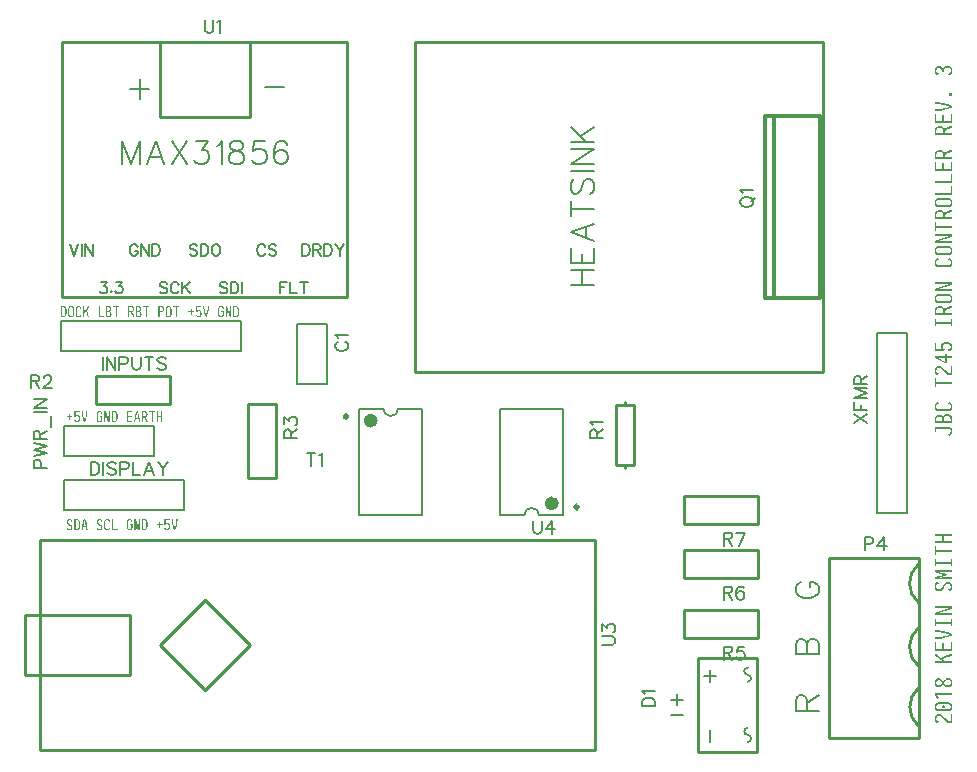
<source format=gto>
G04 ---------------------------- Layer name :TOP SILK LAYER*
G04 EasyEDA v5.6.15, Sat, 28 Jul 2018 02:00:14 GMT*
G04 7648dae5b10347d5bd033efbd386dee3*
G04 Gerber Generator version 0.2*
G04 Scale: 100 percent, Rotated: No, Reflected: No *
G04 Dimensions in inches *
G04 leading zeros omitted , absolute positions ,2 integer and 4 decimal *
%FSLAX24Y24*%
%MOIN*%
G90*
G70D02*

%ADD10C,0.010000*%
%ADD11C,0.008000*%
%ADD29C,0.007874*%
%ADD30C,0.007900*%
%ADD31C,0.007992*%
%ADD32C,0.012192*%
%ADD33C,0.023622*%
%ADD34C,0.011811*%
%ADD35C,0.007000*%

%LPD*%
G54D29*
G01X12850Y12080D02*
G01X13643Y12080D01*
G01X13643Y8528D01*
G01X11556Y8528D01*
G01X11556Y12080D01*
G01X12350Y12080D01*
G54D11*
G01X22331Y1850D02*
G01X21936Y1850D01*
G01X22134Y2184D02*
G01X22134Y2578D01*
G01X22331Y2380D02*
G01X21936Y2380D01*
G01X23432Y3169D02*
G01X23039Y3169D01*
G01X23235Y2971D02*
G01X23235Y3365D01*
G54D10*
G01X22843Y3778D02*
G01X22843Y628D01*
G01X24810Y628D01*
G01X24810Y3778D01*
G01X22843Y3778D01*
G54D11*
G01X23235Y963D02*
G01X23235Y1357D01*
G54D30*
G01X10468Y12911D02*
G01X10468Y14911D01*
G01X9469Y14911D01*
G01X9469Y12911D01*
G01X10468Y12911D01*
G54D10*
G01X20100Y10200D02*
G01X20100Y12200D01*
G01X20100Y12200D02*
G01X20400Y12200D01*
G01X20400Y12200D02*
G01X20700Y12200D01*
G01X20700Y12200D02*
G01X20700Y10200D01*
G01X20700Y10200D02*
G01X20400Y10200D01*
G01X20400Y10200D02*
G01X20100Y10200D01*
G01X20400Y12200D02*
G01X20400Y12300D01*
G01X20400Y10200D02*
G01X20400Y10100D01*
G01X24839Y5369D02*
G01X24839Y4430D01*
G01X24839Y4430D02*
G01X22360Y4430D01*
G01X22360Y4430D02*
G01X22360Y5369D01*
G01X22360Y5369D02*
G01X24839Y5369D01*
G01X24839Y7369D02*
G01X24839Y6430D01*
G01X24839Y6430D02*
G01X22360Y6430D01*
G01X22360Y6430D02*
G01X22360Y7369D01*
G01X22360Y7369D02*
G01X24839Y7369D01*
G01X24839Y9169D02*
G01X24839Y8230D01*
G01X24839Y8230D02*
G01X22360Y8230D01*
G01X22360Y8230D02*
G01X22360Y9169D01*
G01X22360Y9169D02*
G01X24839Y9169D01*
G54D11*
G01X2350Y15000D02*
G01X1600Y15000D01*
G01X1600Y14000D01*
G01X7600Y14000D01*
G01X7600Y15000D01*
G54D31*
G01X7600Y15000D02*
G01X2350Y15000D01*
G54D11*
G01X5700Y9700D02*
G01X5700Y8700D01*
G01X1700Y8700D01*
G01X1700Y9700D01*
G01X2450Y9700D01*
G54D31*
G01X5700Y9700D02*
G01X2450Y9700D01*
G54D11*
G01X28800Y9350D02*
G01X28800Y8600D01*
G01X29800Y8600D01*
G01X29800Y14600D01*
G01X28800Y14600D01*
G54D31*
G01X28800Y14600D02*
G01X28800Y9350D01*
G54D10*
G01X27200Y1100D02*
G01X30200Y1100D01*
G01X30200Y1100D01*
G01X27200Y1100D02*
G01X27200Y5100D01*
G01X30200Y1100D02*
G01X30200Y5100D01*
G01X27200Y5100D02*
G01X27200Y7100D01*
G01X30200Y5100D02*
G01X30200Y7100D01*
G01X27200Y7100D02*
G01X30200Y7100D01*
G54D11*
G01X2450Y11500D02*
G01X1700Y11500D01*
G01X1700Y10500D01*
G01X4700Y10500D01*
G01X4700Y11500D01*
G54D31*
G01X4700Y11500D02*
G01X2450Y11500D01*
G54D10*
G01X7830Y12240D02*
G01X8769Y12240D01*
G01X8769Y12240D02*
G01X8769Y9759D01*
G01X8769Y9759D02*
G01X7830Y9759D01*
G01X7830Y9759D02*
G01X7830Y12240D01*
G54D32*
G01X25385Y15751D02*
G01X25385Y21848D01*
G01X26910Y15751D02*
G01X26910Y21848D01*
G01X26910Y21848D02*
G01X25081Y21848D01*
G01X25081Y21848D02*
G01X25081Y15751D01*
G01X25081Y15751D02*
G01X26910Y15751D01*
G54D10*
G01X13400Y13300D02*
G01X13400Y24300D01*
G01X27000Y24300D01*
G01X27000Y13300D01*
G01X13400Y13300D01*
G54D29*
G01X17050Y8519D02*
G01X16256Y8519D01*
G01X16256Y12071D01*
G01X18343Y12071D01*
G01X18343Y8519D01*
G01X17550Y8519D01*
G54D10*
G01X5240Y13169D02*
G01X5240Y12230D01*
G01X5240Y12230D02*
G01X2759Y12230D01*
G01X2759Y12230D02*
G01X2759Y13169D01*
G01X2759Y13169D02*
G01X5240Y13169D01*
G01X1650Y24300D02*
G01X11150Y24300D01*
G01X11150Y15800D01*
G01X1650Y15800D01*
G01X1650Y24300D01*
G01X4900Y24300D02*
G01X4900Y21800D01*
G01X7900Y21800D01*
G01X7900Y24300D01*
G01X4900Y24300D01*
G01X900Y700D02*
G01X19400Y700D01*
G01X19400Y7700D01*
G01X900Y7700D01*
G01X900Y700D01*
G01X3900Y5200D02*
G01X3900Y3200D01*
G01X400Y3200D01*
G01X400Y5200D01*
G01X3900Y5200D01*
G01X4900Y4200D02*
G01X6400Y5700D01*
G01X7900Y4200D01*
G01X6400Y2700D01*
G01X4900Y4200D01*
G01X4900Y4200D01*
G54D35*
G01X9943Y10600D02*
G01X9943Y10171D01*
G01X9800Y10600D02*
G01X10085Y10600D01*
G01X10221Y10519D02*
G01X10261Y10538D01*
G01X10323Y10600D01*
G01X10323Y10171D01*
G01X20981Y2153D02*
G01X21410Y2153D01*
G01X20981Y2153D02*
G01X20981Y2296D01*
G01X21001Y2358D01*
G01X21042Y2398D01*
G01X21083Y2419D01*
G01X21144Y2439D01*
G01X21246Y2439D01*
G01X21308Y2419D01*
G01X21349Y2398D01*
G01X21390Y2358D01*
G01X21410Y2296D01*
G01X21410Y2153D01*
G01X21062Y2574D02*
G01X21042Y2615D01*
G01X20981Y2677D01*
G01X21410Y2677D01*
G01X10856Y14307D02*
G01X10815Y14286D01*
G01X10775Y14244D01*
G01X10755Y14205D01*
G01X10755Y14123D01*
G01X10775Y14082D01*
G01X10815Y14040D01*
G01X10856Y14019D01*
G01X10918Y14000D01*
G01X11019Y14000D01*
G01X11081Y14019D01*
G01X11122Y14040D01*
G01X11164Y14082D01*
G01X11184Y14123D01*
G01X11184Y14205D01*
G01X11164Y14244D01*
G01X11122Y14286D01*
G01X11081Y14307D01*
G01X10835Y14442D02*
G01X10815Y14482D01*
G01X10755Y14544D01*
G01X11184Y14544D01*
G01X19255Y11100D02*
G01X19684Y11100D01*
G01X19255Y11100D02*
G01X19255Y11284D01*
G01X19275Y11344D01*
G01X19294Y11365D01*
G01X19335Y11386D01*
G01X19377Y11386D01*
G01X19418Y11365D01*
G01X19439Y11344D01*
G01X19459Y11284D01*
G01X19459Y11100D01*
G01X19459Y11242D02*
G01X19684Y11386D01*
G01X19335Y11521D02*
G01X19315Y11561D01*
G01X19255Y11623D01*
G01X19684Y11623D01*
G01X23700Y4144D02*
G01X23700Y3715D01*
G01X23700Y4144D02*
G01X23884Y4144D01*
G01X23944Y4125D01*
G01X23965Y4105D01*
G01X23985Y4063D01*
G01X23985Y4023D01*
G01X23965Y3982D01*
G01X23944Y3961D01*
G01X23884Y3940D01*
G01X23700Y3940D01*
G01X23843Y3940D02*
G01X23985Y3715D01*
G01X24367Y4144D02*
G01X24161Y4144D01*
G01X24142Y3961D01*
G01X24161Y3982D01*
G01X24223Y4001D01*
G01X24285Y4001D01*
G01X24346Y3982D01*
G01X24386Y3940D01*
G01X24407Y3880D01*
G01X24407Y3838D01*
G01X24386Y3776D01*
G01X24346Y3736D01*
G01X24285Y3715D01*
G01X24223Y3715D01*
G01X24161Y3736D01*
G01X24142Y3757D01*
G01X24121Y3798D01*
G01X23700Y6144D02*
G01X23700Y5715D01*
G01X23700Y6144D02*
G01X23884Y6144D01*
G01X23944Y6125D01*
G01X23965Y6105D01*
G01X23985Y6063D01*
G01X23985Y6023D01*
G01X23965Y5982D01*
G01X23944Y5961D01*
G01X23884Y5940D01*
G01X23700Y5940D01*
G01X23843Y5940D02*
G01X23985Y5715D01*
G01X24367Y6084D02*
G01X24346Y6125D01*
G01X24285Y6144D01*
G01X24243Y6144D01*
G01X24182Y6125D01*
G01X24142Y6063D01*
G01X24121Y5961D01*
G01X24121Y5859D01*
G01X24142Y5776D01*
G01X24182Y5736D01*
G01X24243Y5715D01*
G01X24264Y5715D01*
G01X24326Y5736D01*
G01X24367Y5776D01*
G01X24386Y5838D01*
G01X24386Y5859D01*
G01X24367Y5919D01*
G01X24326Y5961D01*
G01X24264Y5982D01*
G01X24243Y5982D01*
G01X24182Y5961D01*
G01X24142Y5919D01*
G01X24121Y5859D01*
G01X23700Y7944D02*
G01X23700Y7515D01*
G01X23700Y7944D02*
G01X23884Y7944D01*
G01X23944Y7925D01*
G01X23965Y7905D01*
G01X23985Y7863D01*
G01X23985Y7823D01*
G01X23965Y7782D01*
G01X23944Y7761D01*
G01X23884Y7740D01*
G01X23700Y7740D01*
G01X23843Y7740D02*
G01X23985Y7515D01*
G01X24407Y7944D02*
G01X24202Y7515D01*
G01X24121Y7944D02*
G01X24407Y7944D01*
G01X3000Y13800D02*
G01X3000Y13371D01*
G01X3134Y13800D02*
G01X3134Y13371D01*
G01X3134Y13800D02*
G01X3421Y13371D01*
G01X3421Y13800D02*
G01X3421Y13371D01*
G01X3555Y13800D02*
G01X3555Y13371D01*
G01X3555Y13800D02*
G01X3740Y13800D01*
G01X3801Y13780D01*
G01X3821Y13759D01*
G01X3842Y13719D01*
G01X3842Y13657D01*
G01X3821Y13615D01*
G01X3801Y13596D01*
G01X3740Y13575D01*
G01X3555Y13575D01*
G01X3978Y13800D02*
G01X3978Y13494D01*
G01X3998Y13432D01*
G01X4038Y13390D01*
G01X4100Y13371D01*
G01X4140Y13371D01*
G01X4203Y13390D01*
G01X4244Y13432D01*
G01X4263Y13494D01*
G01X4263Y13800D01*
G01X4542Y13800D02*
G01X4542Y13371D01*
G01X4398Y13800D02*
G01X4684Y13800D01*
G01X5107Y13738D02*
G01X5065Y13780D01*
G01X5005Y13800D01*
G01X4923Y13800D01*
G01X4861Y13780D01*
G01X4819Y13738D01*
G01X4819Y13698D01*
G01X4840Y13657D01*
G01X4861Y13636D01*
G01X4901Y13615D01*
G01X5025Y13575D01*
G01X5065Y13555D01*
G01X5086Y13534D01*
G01X5107Y13494D01*
G01X5107Y13432D01*
G01X5065Y13390D01*
G01X5005Y13371D01*
G01X4923Y13371D01*
G01X4861Y13390D01*
G01X4819Y13432D01*
G01X2600Y10300D02*
G01X2600Y9871D01*
G01X2600Y10300D02*
G01X2742Y10300D01*
G01X2805Y10280D01*
G01X2844Y10238D01*
G01X2865Y10198D01*
G01X2886Y10136D01*
G01X2886Y10034D01*
G01X2865Y9973D01*
G01X2844Y9932D01*
G01X2805Y9890D01*
G01X2742Y9871D01*
G01X2600Y9871D01*
G01X3021Y10300D02*
G01X3021Y9871D01*
G01X3442Y10238D02*
G01X3401Y10280D01*
G01X3340Y10300D01*
G01X3259Y10300D01*
G01X3196Y10280D01*
G01X3155Y10238D01*
G01X3155Y10198D01*
G01X3176Y10157D01*
G01X3196Y10136D01*
G01X3238Y10115D01*
G01X3361Y10075D01*
G01X3401Y10055D01*
G01X3421Y10034D01*
G01X3442Y9994D01*
G01X3442Y9932D01*
G01X3401Y9890D01*
G01X3340Y9871D01*
G01X3259Y9871D01*
G01X3196Y9890D01*
G01X3155Y9932D01*
G01X3578Y10300D02*
G01X3578Y9871D01*
G01X3578Y10300D02*
G01X3761Y10300D01*
G01X3823Y10280D01*
G01X3844Y10259D01*
G01X3863Y10219D01*
G01X3863Y10157D01*
G01X3844Y10115D01*
G01X3823Y10096D01*
G01X3761Y10075D01*
G01X3578Y10075D01*
G01X3998Y10300D02*
G01X3998Y9871D01*
G01X3998Y9871D02*
G01X4244Y9871D01*
G01X4542Y10300D02*
G01X4380Y9871D01*
G01X4542Y10300D02*
G01X4707Y9871D01*
G01X4440Y10013D02*
G01X4644Y10013D01*
G01X4842Y10300D02*
G01X5005Y10096D01*
G01X5005Y9871D01*
G01X5169Y10300D02*
G01X5005Y10096D01*
G01X28055Y11600D02*
G01X28484Y11886D01*
G01X28055Y11886D02*
G01X28484Y11600D01*
G01X28055Y12021D02*
G01X28484Y12021D01*
G01X28055Y12021D02*
G01X28055Y12286D01*
G01X28259Y12021D02*
G01X28259Y12184D01*
G01X28055Y12421D02*
G01X28484Y12421D01*
G01X28055Y12421D02*
G01X28484Y12586D01*
G01X28055Y12750D02*
G01X28484Y12586D01*
G01X28055Y12750D02*
G01X28484Y12750D01*
G01X28055Y12884D02*
G01X28484Y12884D01*
G01X28055Y12884D02*
G01X28055Y13069D01*
G01X28075Y13130D01*
G01X28094Y13150D01*
G01X28135Y13171D01*
G01X28177Y13171D01*
G01X28218Y13150D01*
G01X28239Y13130D01*
G01X28259Y13069D01*
G01X28259Y12884D01*
G01X28259Y13028D02*
G01X28484Y13171D01*
G01X28400Y7800D02*
G01X28400Y7371D01*
G01X28400Y7800D02*
G01X28584Y7800D01*
G01X28644Y7780D01*
G01X28665Y7760D01*
G01X28685Y7719D01*
G01X28685Y7657D01*
G01X28665Y7616D01*
G01X28644Y7596D01*
G01X28584Y7575D01*
G01X28400Y7575D01*
G01X29026Y7800D02*
G01X28821Y7514D01*
G01X29127Y7514D01*
G01X29026Y7800D02*
G01X29026Y7371D01*
G01X700Y10089D02*
G01X1128Y10089D01*
G01X700Y10089D02*
G01X700Y10273D01*
G01X719Y10334D01*
G01X740Y10355D01*
G01X780Y10375D01*
G01X842Y10375D01*
G01X884Y10355D01*
G01X903Y10334D01*
G01X925Y10273D01*
G01X925Y10089D01*
G01X700Y10510D02*
G01X1128Y10613D01*
G01X700Y10715D02*
G01X1128Y10613D01*
G01X700Y10715D02*
G01X1128Y10817D01*
G01X700Y10919D02*
G01X1128Y10817D01*
G01X700Y11054D02*
G01X1128Y11054D01*
G01X700Y11054D02*
G01X700Y11239D01*
G01X719Y11300D01*
G01X740Y11320D01*
G01X780Y11341D01*
G01X821Y11341D01*
G01X863Y11320D01*
G01X884Y11300D01*
G01X903Y11239D01*
G01X903Y11054D01*
G01X903Y11198D02*
G01X1128Y11341D01*
G01X1271Y11476D02*
G01X1271Y11844D01*
G01X700Y11979D02*
G01X1128Y11979D01*
G01X700Y12114D02*
G01X1128Y12114D01*
G01X700Y12114D02*
G01X1128Y12400D01*
G01X700Y12400D02*
G01X1128Y12400D01*
G01X9055Y11100D02*
G01X9484Y11100D01*
G01X9055Y11100D02*
G01X9055Y11284D01*
G01X9075Y11344D01*
G01X9094Y11365D01*
G01X9136Y11386D01*
G01X9176Y11386D01*
G01X9217Y11365D01*
G01X9238Y11344D01*
G01X9259Y11284D01*
G01X9259Y11100D01*
G01X9259Y11242D02*
G01X9484Y11386D01*
G01X9055Y11561D02*
G01X9055Y11786D01*
G01X9217Y11665D01*
G01X9217Y11726D01*
G01X9238Y11767D01*
G01X9259Y11786D01*
G01X9319Y11807D01*
G01X9361Y11807D01*
G01X9423Y11786D01*
G01X9463Y11746D01*
G01X9484Y11684D01*
G01X9484Y11623D01*
G01X9463Y11561D01*
G01X9442Y11542D01*
G01X9401Y11521D01*
G01X24255Y18923D02*
G01X24275Y18882D01*
G01X24315Y18840D01*
G01X24356Y18819D01*
G01X24418Y18800D01*
G01X24519Y18800D01*
G01X24581Y18819D01*
G01X24622Y18840D01*
G01X24664Y18882D01*
G01X24684Y18923D01*
G01X24684Y19005D01*
G01X24664Y19044D01*
G01X24622Y19086D01*
G01X24581Y19107D01*
G01X24519Y19127D01*
G01X24418Y19127D01*
G01X24356Y19107D01*
G01X24315Y19086D01*
G01X24275Y19044D01*
G01X24255Y19005D01*
G01X24255Y18923D01*
G01X24602Y18984D02*
G01X24725Y19107D01*
G01X24335Y19261D02*
G01X24315Y19303D01*
G01X24255Y19365D01*
G01X24684Y19365D01*
G54D11*
G01X18600Y16200D02*
G01X19363Y16200D01*
G01X18600Y16709D02*
G01X19363Y16709D01*
G01X18963Y16200D02*
G01X18963Y16709D01*
G01X18600Y16948D02*
G01X19363Y16948D01*
G01X18600Y16948D02*
G01X18600Y17421D01*
G01X18963Y16948D02*
G01X18963Y17240D01*
G01X19363Y16948D02*
G01X19363Y17421D01*
G01X18600Y17953D02*
G01X19363Y17661D01*
G01X18600Y17953D02*
G01X19363Y18244D01*
G01X19109Y17771D02*
G01X19109Y18134D01*
G01X18600Y18738D02*
G01X19363Y18738D01*
G01X18600Y18484D02*
G01X18600Y18992D01*
G01X18709Y19742D02*
G01X18635Y19669D01*
G01X18600Y19559D01*
G01X18600Y19415D01*
G01X18635Y19305D01*
G01X18709Y19232D01*
G01X18781Y19232D01*
G01X18853Y19269D01*
G01X18890Y19305D01*
G01X18927Y19378D01*
G01X19000Y19596D01*
G01X19035Y19669D01*
G01X19072Y19705D01*
G01X19144Y19742D01*
G01X19253Y19742D01*
G01X19327Y19669D01*
G01X19363Y19559D01*
G01X19363Y19415D01*
G01X19327Y19305D01*
G01X19253Y19232D01*
G01X18600Y19982D02*
G01X19363Y19982D01*
G01X18600Y20221D02*
G01X19363Y20221D01*
G01X18600Y20221D02*
G01X19363Y20730D01*
G01X18600Y20730D02*
G01X19363Y20730D01*
G01X18600Y20971D02*
G01X19363Y20971D01*
G01X18600Y21480D02*
G01X19109Y20971D01*
G01X18927Y21153D02*
G01X19363Y21480D01*
G54D35*
G01X17350Y8344D02*
G01X17350Y8038D01*
G01X17369Y7976D01*
G01X17410Y7936D01*
G01X17472Y7915D01*
G01X17514Y7915D01*
G01X17575Y7936D01*
G01X17615Y7976D01*
G01X17635Y8038D01*
G01X17635Y8344D01*
G01X17976Y8344D02*
G01X17771Y8059D01*
G01X18077Y8059D01*
G01X17976Y8344D02*
G01X17976Y7915D01*
G01X600Y13200D02*
G01X600Y12771D01*
G01X600Y13200D02*
G01X784Y13200D01*
G01X844Y13180D01*
G01X865Y13159D01*
G01X886Y13119D01*
G01X886Y13078D01*
G01X865Y13036D01*
G01X844Y13015D01*
G01X784Y12996D01*
G01X600Y12996D01*
G01X742Y12996D02*
G01X886Y12771D01*
G01X1042Y13098D02*
G01X1042Y13119D01*
G01X1061Y13159D01*
G01X1082Y13180D01*
G01X1123Y13200D01*
G01X1205Y13200D01*
G01X1246Y13180D01*
G01X1267Y13159D01*
G01X1286Y13119D01*
G01X1286Y13078D01*
G01X1267Y13036D01*
G01X1226Y12975D01*
G01X1021Y12771D01*
G01X1307Y12771D01*
G01X6400Y25044D02*
G01X6400Y24738D01*
G01X6419Y24677D01*
G01X6461Y24636D01*
G01X6523Y24615D01*
G01X6563Y24615D01*
G01X6625Y24636D01*
G01X6665Y24677D01*
G01X6686Y24738D01*
G01X6686Y25044D01*
G01X6821Y24963D02*
G01X6861Y24984D01*
G01X6923Y25044D01*
G01X6923Y24615D01*
G54D11*
G01X3650Y20985D02*
G01X3650Y20222D01*
G01X3650Y20985D02*
G01X3940Y20222D01*
G01X4232Y20985D02*
G01X3940Y20222D01*
G01X4232Y20985D02*
G01X4232Y20222D01*
G01X4763Y20985D02*
G01X4471Y20222D01*
G01X4763Y20985D02*
G01X5053Y20222D01*
G01X4580Y20476D02*
G01X4944Y20476D01*
G01X5294Y20985D02*
G01X5803Y20222D01*
G01X5803Y20985D02*
G01X5294Y20222D01*
G01X6115Y20985D02*
G01X6515Y20985D01*
G01X6296Y20694D01*
G01X6405Y20694D01*
G01X6478Y20658D01*
G01X6515Y20622D01*
G01X6551Y20513D01*
G01X6551Y20440D01*
G01X6515Y20331D01*
G01X6442Y20258D01*
G01X6334Y20222D01*
G01X6225Y20222D01*
G01X6115Y20258D01*
G01X6078Y20294D01*
G01X6042Y20367D01*
G01X6792Y20840D02*
G01X6865Y20876D01*
G01X6973Y20985D01*
G01X6973Y20222D01*
G01X7394Y20985D02*
G01X7286Y20949D01*
G01X7250Y20876D01*
G01X7250Y20804D01*
G01X7286Y20731D01*
G01X7359Y20694D01*
G01X7505Y20658D01*
G01X7613Y20622D01*
G01X7686Y20549D01*
G01X7723Y20476D01*
G01X7723Y20367D01*
G01X7686Y20294D01*
G01X7650Y20258D01*
G01X7540Y20222D01*
G01X7394Y20222D01*
G01X7286Y20258D01*
G01X7250Y20294D01*
G01X7213Y20367D01*
G01X7213Y20476D01*
G01X7250Y20549D01*
G01X7323Y20622D01*
G01X7432Y20658D01*
G01X7576Y20694D01*
G01X7650Y20731D01*
G01X7686Y20804D01*
G01X7686Y20876D01*
G01X7650Y20949D01*
G01X7540Y20985D01*
G01X7394Y20985D01*
G01X8398Y20985D02*
G01X8034Y20985D01*
G01X7998Y20658D01*
G01X8034Y20694D01*
G01X8144Y20731D01*
G01X8253Y20731D01*
G01X8363Y20694D01*
G01X8434Y20622D01*
G01X8471Y20513D01*
G01X8471Y20440D01*
G01X8434Y20331D01*
G01X8363Y20258D01*
G01X8253Y20222D01*
G01X8144Y20222D01*
G01X8034Y20258D01*
G01X7998Y20294D01*
G01X7963Y20367D01*
G01X9148Y20876D02*
G01X9111Y20949D01*
G01X9003Y20985D01*
G01X8930Y20985D01*
G01X8821Y20949D01*
G01X8748Y20840D01*
G01X8711Y20658D01*
G01X8711Y20476D01*
G01X8748Y20331D01*
G01X8821Y20258D01*
G01X8930Y20222D01*
G01X8965Y20222D01*
G01X9075Y20258D01*
G01X9148Y20331D01*
G01X9184Y20440D01*
G01X9184Y20476D01*
G01X9148Y20585D01*
G01X9075Y20658D01*
G01X8965Y20694D01*
G01X8930Y20694D01*
G01X8821Y20658D01*
G01X8748Y20585D01*
G01X8711Y20476D01*
G01X9650Y17550D02*
G01X9650Y17174D01*
G01X9650Y17550D02*
G01X9775Y17550D01*
G01X9828Y17532D01*
G01X9864Y17496D01*
G01X9882Y17460D01*
G01X9901Y17407D01*
G01X9901Y17317D01*
G01X9882Y17263D01*
G01X9864Y17228D01*
G01X9828Y17192D01*
G01X9775Y17174D01*
G01X9650Y17174D01*
G01X10018Y17550D02*
G01X10018Y17174D01*
G01X10018Y17550D02*
G01X10180Y17550D01*
G01X10232Y17532D01*
G01X10251Y17514D01*
G01X10268Y17478D01*
G01X10268Y17442D01*
G01X10251Y17407D01*
G01X10232Y17389D01*
G01X10180Y17371D01*
G01X10018Y17371D01*
G01X10143Y17371D02*
G01X10268Y17174D01*
G01X10386Y17550D02*
G01X10386Y17174D01*
G01X10386Y17550D02*
G01X10513Y17550D01*
G01X10565Y17532D01*
G01X10602Y17496D01*
G01X10619Y17460D01*
G01X10638Y17407D01*
G01X10638Y17317D01*
G01X10619Y17263D01*
G01X10602Y17228D01*
G01X10565Y17192D01*
G01X10513Y17174D01*
G01X10386Y17174D01*
G01X10756Y17550D02*
G01X10898Y17371D01*
G01X10898Y17174D01*
G01X11042Y17550D02*
G01X10898Y17371D01*
G01X8900Y16300D02*
G01X8900Y15924D01*
G01X8900Y16300D02*
G01X9133Y16300D01*
G01X8900Y16121D02*
G01X9043Y16121D01*
G01X9251Y16300D02*
G01X9251Y15924D01*
G01X9251Y15924D02*
G01X9465Y15924D01*
G01X9709Y16300D02*
G01X9709Y15924D01*
G01X9584Y16300D02*
G01X9834Y16300D01*
G01X8417Y17460D02*
G01X8400Y17496D01*
G01X8364Y17532D01*
G01X8328Y17550D01*
G01X8256Y17550D01*
G01X8221Y17532D01*
G01X8185Y17496D01*
G01X8167Y17460D01*
G01X8149Y17407D01*
G01X8149Y17317D01*
G01X8167Y17263D01*
G01X8185Y17228D01*
G01X8221Y17192D01*
G01X8256Y17174D01*
G01X8328Y17174D01*
G01X8364Y17192D01*
G01X8400Y17228D01*
G01X8417Y17263D01*
G01X8786Y17496D02*
G01X8750Y17532D01*
G01X8697Y17550D01*
G01X8625Y17550D01*
G01X8571Y17532D01*
G01X8536Y17496D01*
G01X8536Y17460D01*
G01X8553Y17424D01*
G01X8571Y17407D01*
G01X8607Y17389D01*
G01X8714Y17353D01*
G01X8750Y17335D01*
G01X8768Y17317D01*
G01X8786Y17281D01*
G01X8786Y17228D01*
G01X8750Y17192D01*
G01X8697Y17174D01*
G01X8625Y17174D01*
G01X8571Y17192D01*
G01X8536Y17228D01*
G01X7150Y16246D02*
G01X7114Y16282D01*
G01X7060Y16300D01*
G01X6988Y16300D01*
G01X6935Y16282D01*
G01X6899Y16246D01*
G01X6899Y16210D01*
G01X6917Y16174D01*
G01X6935Y16157D01*
G01X6971Y16139D01*
G01X7078Y16103D01*
G01X7114Y16085D01*
G01X7132Y16067D01*
G01X7150Y16031D01*
G01X7150Y15978D01*
G01X7114Y15942D01*
G01X7060Y15924D01*
G01X6988Y15924D01*
G01X6935Y15942D01*
G01X6899Y15978D01*
G01X7268Y16300D02*
G01X7268Y15924D01*
G01X7268Y16300D02*
G01X7393Y16300D01*
G01X7447Y16282D01*
G01X7482Y16246D01*
G01X7500Y16210D01*
G01X7518Y16157D01*
G01X7518Y16067D01*
G01X7500Y16013D01*
G01X7482Y15978D01*
G01X7447Y15942D01*
G01X7393Y15924D01*
G01X7268Y15924D01*
G01X7636Y16300D02*
G01X7636Y15924D01*
G01X6151Y17496D02*
G01X6115Y17532D01*
G01X6061Y17550D01*
G01X5988Y17550D01*
G01X5936Y17532D01*
G01X5900Y17496D01*
G01X5900Y17460D01*
G01X5917Y17424D01*
G01X5936Y17407D01*
G01X5971Y17389D01*
G01X6078Y17353D01*
G01X6115Y17335D01*
G01X6132Y17317D01*
G01X6151Y17281D01*
G01X6151Y17228D01*
G01X6115Y17192D01*
G01X6061Y17174D01*
G01X5988Y17174D01*
G01X5936Y17192D01*
G01X5900Y17228D01*
G01X6269Y17550D02*
G01X6269Y17174D01*
G01X6269Y17550D02*
G01X6394Y17550D01*
G01X6448Y17532D01*
G01X6482Y17496D01*
G01X6501Y17460D01*
G01X6519Y17407D01*
G01X6519Y17317D01*
G01X6501Y17263D01*
G01X6482Y17228D01*
G01X6448Y17192D01*
G01X6394Y17174D01*
G01X6269Y17174D01*
G01X6744Y17550D02*
G01X6709Y17532D01*
G01X6673Y17496D01*
G01X6655Y17460D01*
G01X6636Y17407D01*
G01X6636Y17317D01*
G01X6655Y17263D01*
G01X6673Y17228D01*
G01X6709Y17192D01*
G01X6744Y17174D01*
G01X6815Y17174D01*
G01X6851Y17192D01*
G01X6888Y17228D01*
G01X6905Y17263D01*
G01X6923Y17317D01*
G01X6923Y17407D01*
G01X6905Y17460D01*
G01X6888Y17496D01*
G01X6851Y17532D01*
G01X6815Y17550D01*
G01X6744Y17550D01*
G01X5151Y16246D02*
G01X5115Y16282D01*
G01X5061Y16300D01*
G01X4989Y16300D01*
G01X4936Y16282D01*
G01X4900Y16246D01*
G01X4900Y16210D01*
G01X4918Y16174D01*
G01X4936Y16157D01*
G01X4972Y16139D01*
G01X5079Y16103D01*
G01X5115Y16085D01*
G01X5133Y16067D01*
G01X5151Y16031D01*
G01X5151Y15978D01*
G01X5115Y15942D01*
G01X5061Y15924D01*
G01X4989Y15924D01*
G01X4936Y15942D01*
G01X4900Y15978D01*
G01X5537Y16210D02*
G01X5519Y16246D01*
G01X5483Y16282D01*
G01X5448Y16300D01*
G01X5376Y16300D01*
G01X5340Y16282D01*
G01X5304Y16246D01*
G01X5287Y16210D01*
G01X5269Y16157D01*
G01X5269Y16067D01*
G01X5287Y16013D01*
G01X5304Y15978D01*
G01X5340Y15942D01*
G01X5376Y15924D01*
G01X5448Y15924D01*
G01X5483Y15942D01*
G01X5519Y15978D01*
G01X5537Y16013D01*
G01X5655Y16300D02*
G01X5655Y15924D01*
G01X5906Y16300D02*
G01X5655Y16049D01*
G01X5745Y16139D02*
G01X5906Y15924D01*
G01X4168Y17460D02*
G01X4151Y17496D01*
G01X4115Y17532D01*
G01X4079Y17550D01*
G01X4007Y17550D01*
G01X3972Y17532D01*
G01X3936Y17496D01*
G01X3918Y17460D01*
G01X3900Y17407D01*
G01X3900Y17317D01*
G01X3918Y17263D01*
G01X3936Y17228D01*
G01X3972Y17192D01*
G01X4007Y17174D01*
G01X4079Y17174D01*
G01X4115Y17192D01*
G01X4151Y17228D01*
G01X4168Y17263D01*
G01X4168Y17317D01*
G01X4079Y17317D02*
G01X4168Y17317D01*
G01X4287Y17550D02*
G01X4287Y17174D01*
G01X4287Y17550D02*
G01X4537Y17174D01*
G01X4537Y17550D02*
G01X4537Y17174D01*
G01X4655Y17550D02*
G01X4655Y17174D01*
G01X4655Y17550D02*
G01X4780Y17550D01*
G01X4834Y17532D01*
G01X4870Y17496D01*
G01X4888Y17460D01*
G01X4906Y17407D01*
G01X4906Y17317D01*
G01X4888Y17263D01*
G01X4870Y17228D01*
G01X4834Y17192D01*
G01X4780Y17174D01*
G01X4655Y17174D01*
G01X2936Y16300D02*
G01X3132Y16300D01*
G01X3025Y16157D01*
G01X3078Y16157D01*
G01X3115Y16139D01*
G01X3132Y16121D01*
G01X3151Y16067D01*
G01X3151Y16031D01*
G01X3132Y15978D01*
G01X3096Y15942D01*
G01X3042Y15924D01*
G01X2988Y15924D01*
G01X2936Y15942D01*
G01X2917Y15960D01*
G01X2900Y15996D01*
G01X3286Y16013D02*
G01X3269Y15996D01*
G01X3286Y15978D01*
G01X3303Y15996D01*
G01X3286Y16013D01*
G01X3457Y16300D02*
G01X3655Y16300D01*
G01X3548Y16157D01*
G01X3601Y16157D01*
G01X3636Y16139D01*
G01X3655Y16121D01*
G01X3673Y16067D01*
G01X3673Y16031D01*
G01X3655Y15978D01*
G01X3619Y15942D01*
G01X3565Y15924D01*
G01X3511Y15924D01*
G01X3457Y15942D01*
G01X3440Y15960D01*
G01X3423Y15996D01*
G01X1900Y17550D02*
G01X2042Y17174D01*
G01X2186Y17550D02*
G01X2042Y17174D01*
G01X2303Y17550D02*
G01X2303Y17174D01*
G01X2423Y17550D02*
G01X2423Y17174D01*
G01X2423Y17550D02*
G01X2673Y17174D01*
G01X2673Y17550D02*
G01X2673Y17174D01*
G01X4226Y23050D02*
G01X4226Y22396D01*
G01X3900Y22723D02*
G01X4555Y22723D01*
G01X8400Y22800D02*
G01X9055Y22800D01*
G54D35*
G01X19655Y4200D02*
G01X19960Y4200D01*
G01X20022Y4219D01*
G01X20064Y4261D01*
G01X20084Y4323D01*
G01X20084Y4363D01*
G01X20064Y4425D01*
G01X20022Y4465D01*
G01X19960Y4486D01*
G01X19655Y4486D01*
G01X19655Y4661D02*
G01X19655Y4886D01*
G01X19818Y4765D01*
G01X19818Y4826D01*
G01X19839Y4867D01*
G01X19859Y4886D01*
G01X19919Y4907D01*
G01X19960Y4907D01*
G01X20022Y4886D01*
G01X20064Y4846D01*
G01X20084Y4784D01*
G01X20084Y4723D01*
G01X20064Y4661D01*
G01X20043Y4642D01*
G01X20002Y4621D01*

%LPD*%
G36*
G01X30864Y1650D02*
G01X30853Y1588D01*
G01X30838Y1590D01*
G01X30822Y1594D01*
G01X30808Y1600D01*
G01X30794Y1607D01*
G01X30779Y1617D01*
G01X30766Y1629D01*
G01X30754Y1642D01*
G01X30743Y1657D01*
G01X30735Y1676D01*
G01X30728Y1696D01*
G01X30725Y1718D01*
G01X30723Y1742D01*
G01X30725Y1765D01*
G01X30728Y1788D01*
G01X30735Y1808D01*
G01X30743Y1826D01*
G01X30754Y1842D01*
G01X30766Y1855D01*
G01X30779Y1867D01*
G01X30794Y1878D01*
G01X30814Y1887D01*
G01X30834Y1893D01*
G01X30856Y1897D01*
G01X30878Y1898D01*
G01X30902Y1897D01*
G01X30925Y1892D01*
G01X30948Y1884D01*
G01X30972Y1873D01*
G01X31017Y1837D01*
G01X31072Y1778D01*
G01X31127Y1721D01*
G01X31173Y1686D01*
G01X31192Y1676D01*
G01X31212Y1669D01*
G01X31235Y1663D01*
G01X31260Y1659D01*
G01X31260Y1896D01*
G01X31318Y1896D01*
G01X31318Y1592D01*
G01X31317Y1592D01*
G01X31265Y1594D01*
G01X31220Y1600D01*
G01X31181Y1611D01*
G01X31147Y1626D01*
G01X31123Y1642D01*
G01X31096Y1665D01*
G01X31068Y1694D01*
G01X31038Y1730D01*
G01X30989Y1783D01*
G01X30950Y1815D01*
G01X30931Y1823D01*
G01X30914Y1830D01*
G01X30896Y1833D01*
G01X30878Y1834D01*
G01X30864Y1834D01*
G01X30849Y1831D01*
G01X30836Y1827D01*
G01X30823Y1821D01*
G01X30814Y1815D01*
G01X30806Y1808D01*
G01X30798Y1800D01*
G01X30793Y1790D01*
G01X30787Y1780D01*
G01X30784Y1768D01*
G01X30781Y1755D01*
G01X30781Y1742D01*
G01X30781Y1728D01*
G01X30783Y1717D01*
G01X30787Y1705D01*
G01X30792Y1696D01*
G01X30798Y1686D01*
G01X30806Y1678D01*
G01X30814Y1670D01*
G01X30823Y1663D01*
G01X30833Y1659D01*
G01X30843Y1655D01*
G01X30853Y1652D01*
G01X30864Y1650D01*
G37*

%LPC*%

%LPD*%
G36*
G01X31142Y1986D02*
G01X30906Y1986D01*
G01X30846Y1992D01*
G01X30797Y2011D01*
G01X30780Y2021D01*
G01X30765Y2034D01*
G01X30753Y2048D01*
G01X30743Y2063D01*
G01X30734Y2081D01*
G01X30728Y2101D01*
G01X30725Y2121D01*
G01X30723Y2144D01*
G01X30725Y2166D01*
G01X30728Y2186D01*
G01X30734Y2206D01*
G01X30743Y2223D01*
G01X30753Y2239D01*
G01X30765Y2253D01*
G01X30780Y2266D01*
G01X30797Y2276D01*
G01X30846Y2295D01*
G01X30906Y2301D01*
G01X31142Y2301D01*
G01X31201Y2295D01*
G01X31251Y2276D01*
G01X31263Y2269D01*
G01X31275Y2259D01*
G01X31285Y2250D01*
G01X31294Y2238D01*
G01X31297Y2234D01*
G01X31302Y2226D01*
G01X31305Y2223D01*
G01X31313Y2205D01*
G01X31319Y2186D01*
G01X31322Y2166D01*
G01X31323Y2144D01*
G01X31322Y2121D01*
G01X31319Y2101D01*
G01X31313Y2081D01*
G01X31305Y2063D01*
G01X31294Y2048D01*
G01X31281Y2034D01*
G01X31267Y2021D01*
G01X31251Y2011D01*
G01X31201Y1992D01*
G01X31142Y1986D01*
G37*

%LPC*%
G36*
G01X30882Y2051D02*
G01X30906Y2050D01*
G01X31142Y2050D01*
G01X31165Y2051D01*
G01X31186Y2054D01*
G01X31205Y2060D01*
G01X31222Y2067D01*
G01X31232Y2075D01*
G01X31241Y2082D01*
G01X31249Y2091D01*
G01X31256Y2101D01*
G01X31260Y2110D01*
G01X31264Y2120D01*
G01X31266Y2132D01*
G01X31267Y2144D01*
G01X31266Y2155D01*
G01X31264Y2167D01*
G01X31260Y2177D01*
G01X31256Y2186D01*
G01X31249Y2196D01*
G01X31241Y2205D01*
G01X31232Y2213D01*
G01X31222Y2219D01*
G01X31205Y2227D01*
G01X31186Y2233D01*
G01X31165Y2236D01*
G01X31142Y2238D01*
G01X30906Y2238D01*
G01X30882Y2236D01*
G01X30861Y2233D01*
G01X30842Y2227D01*
G01X30826Y2219D01*
G01X30815Y2213D01*
G01X30806Y2205D01*
G01X30798Y2196D01*
G01X30792Y2186D01*
G01X30787Y2177D01*
G01X30783Y2167D01*
G01X30781Y2155D01*
G01X30781Y2144D01*
G01X30781Y2132D01*
G01X30783Y2120D01*
G01X30787Y2110D01*
G01X30792Y2101D01*
G01X30798Y2091D01*
G01X30806Y2082D01*
G01X30815Y2075D01*
G01X30826Y2067D01*
G01X30842Y2060D01*
G01X30861Y2054D01*
G01X30882Y2051D01*
G37*

%LPD*%
G36*
G01X31034Y2097D02*
G01X31023Y2096D01*
G01X31013Y2097D01*
G01X31004Y2100D01*
G01X30996Y2104D01*
G01X30989Y2109D01*
G01X30983Y2116D01*
G01X30979Y2124D01*
G01X30976Y2133D01*
G01X30976Y2144D01*
G01X30976Y2154D01*
G01X30979Y2163D01*
G01X30983Y2171D01*
G01X30989Y2178D01*
G01X30996Y2183D01*
G01X31004Y2187D01*
G01X31013Y2190D01*
G01X31023Y2190D01*
G01X31034Y2190D01*
G01X31043Y2187D01*
G01X31051Y2183D01*
G01X31057Y2178D01*
G01X31063Y2171D01*
G01X31067Y2163D01*
G01X31070Y2154D01*
G01X31071Y2144D01*
G01X31070Y2133D01*
G01X31067Y2124D01*
G01X31063Y2116D01*
G01X31057Y2109D01*
G01X31051Y2104D01*
G01X31043Y2100D01*
G01X31034Y2097D01*
G37*

%LPC*%

%LPD*%
G36*
G01X30871Y2434D02*
G01X30822Y2398D01*
G01X30730Y2536D01*
G01X30730Y2600D01*
G01X31318Y2600D01*
G01X31318Y2536D01*
G01X30802Y2536D01*
G01X30871Y2434D01*
G37*

%LPC*%

%LPD*%
G36*
G01X31198Y2787D02*
G01X31178Y2786D01*
G01X31158Y2787D01*
G01X31138Y2791D01*
G01X31118Y2798D01*
G01X31097Y2807D01*
G01X31058Y2840D01*
G01X31015Y2892D01*
G01X30978Y2848D01*
G01X30943Y2821D01*
G01X30923Y2811D01*
G01X30903Y2803D01*
G01X30883Y2799D01*
G01X30863Y2798D01*
G01X30843Y2799D01*
G01X30823Y2802D01*
G01X30806Y2808D01*
G01X30789Y2817D01*
G01X30775Y2826D01*
G01X30763Y2836D01*
G01X30752Y2849D01*
G01X30743Y2863D01*
G01X30734Y2880D01*
G01X30728Y2900D01*
G01X30725Y2921D01*
G01X30723Y2944D01*
G01X30725Y2966D01*
G01X30728Y2987D01*
G01X30734Y3007D01*
G01X30743Y3025D01*
G01X30752Y3038D01*
G01X30763Y3051D01*
G01X30775Y3061D01*
G01X30789Y3071D01*
G01X30806Y3079D01*
G01X30823Y3085D01*
G01X30843Y3088D01*
G01X30863Y3090D01*
G01X30883Y3088D01*
G01X30903Y3084D01*
G01X30923Y3076D01*
G01X30943Y3067D01*
G01X30978Y3038D01*
G01X31015Y2994D01*
G01X31058Y3047D01*
G01X31097Y3080D01*
G01X31118Y3089D01*
G01X31138Y3096D01*
G01X31158Y3100D01*
G01X31178Y3101D01*
G01X31198Y3100D01*
G01X31218Y3097D01*
G01X31236Y3091D01*
G01X31253Y3082D01*
G01X31268Y3073D01*
G01X31281Y3062D01*
G01X31292Y3048D01*
G01X31302Y3034D01*
G01X31312Y3014D01*
G01X31318Y2992D01*
G01X31322Y2969D01*
G01X31323Y2944D01*
G01X31322Y2918D01*
G01X31318Y2894D01*
G01X31312Y2873D01*
G01X31302Y2853D01*
G01X31292Y2838D01*
G01X31281Y2825D01*
G01X31268Y2814D01*
G01X31253Y2805D01*
G01X31236Y2796D01*
G01X31218Y2790D01*
G01X31198Y2787D01*
G37*

%LPC*%
G36*
G01X31165Y2851D02*
G01X31180Y2850D01*
G01X31191Y2850D01*
G01X31203Y2852D01*
G01X31214Y2856D01*
G01X31225Y2861D01*
G01X31234Y2867D01*
G01X31241Y2873D01*
G01X31248Y2881D01*
G01X31253Y2890D01*
G01X31259Y2901D01*
G01X31263Y2915D01*
G01X31266Y2928D01*
G01X31267Y2944D01*
G01X31266Y2959D01*
G01X31263Y2973D01*
G01X31259Y2986D01*
G01X31253Y2998D01*
G01X31248Y3006D01*
G01X31241Y3014D01*
G01X31234Y3021D01*
G01X31225Y3026D01*
G01X31214Y3031D01*
G01X31203Y3035D01*
G01X31191Y3037D01*
G01X31180Y3038D01*
G01X31165Y3036D01*
G01X31152Y3034D01*
G01X31138Y3028D01*
G01X31123Y3021D01*
G01X31089Y2993D01*
G01X31052Y2944D01*
G01X31089Y2894D01*
G01X31123Y2865D01*
G01X31138Y2859D01*
G01X31152Y2853D01*
G01X31165Y2851D01*
G37*
G36*
G01X30850Y2862D02*
G01X30863Y2861D01*
G01X30877Y2863D01*
G01X30890Y2865D01*
G01X30904Y2871D01*
G01X30918Y2878D01*
G01X30933Y2888D01*
G01X30948Y2903D01*
G01X30965Y2921D01*
G01X30981Y2944D01*
G01X30965Y2966D01*
G01X30948Y2984D01*
G01X30933Y2999D01*
G01X30918Y3009D01*
G01X30904Y3017D01*
G01X30890Y3021D01*
G01X30877Y3025D01*
G01X30863Y3026D01*
G01X30850Y3025D01*
G01X30839Y3023D01*
G01X30828Y3019D01*
G01X30818Y3013D01*
G01X30810Y3009D01*
G01X30802Y3003D01*
G01X30797Y2996D01*
G01X30792Y2988D01*
G01X30787Y2978D01*
G01X30783Y2967D01*
G01X30781Y2956D01*
G01X30781Y2944D01*
G01X30781Y2931D01*
G01X30783Y2919D01*
G01X30787Y2909D01*
G01X30792Y2900D01*
G01X30797Y2892D01*
G01X30802Y2884D01*
G01X30810Y2878D01*
G01X30818Y2873D01*
G01X30828Y2868D01*
G01X30839Y2865D01*
G01X30850Y2862D01*
G37*

%LPD*%
G36*
G01X31318Y3592D02*
G01X30730Y3592D01*
G01X30730Y3655D01*
G01X31002Y3655D01*
G01X30952Y3698D01*
G01X30905Y3736D01*
G01X30859Y3769D01*
G01X30815Y3796D01*
G01X30789Y3811D01*
G01X30766Y3821D01*
G01X30746Y3826D01*
G01X30730Y3828D01*
G01X30730Y3896D01*
G01X30773Y3886D01*
G01X30831Y3857D01*
G01X30891Y3820D01*
G01X30952Y3775D01*
G01X31018Y3804D01*
G01X31077Y3830D01*
G01X31131Y3852D01*
G01X31180Y3870D01*
G01X31222Y3884D01*
G01X31260Y3894D01*
G01X31292Y3900D01*
G01X31318Y3901D01*
G01X31318Y3838D01*
G01X31286Y3834D01*
G01X31247Y3826D01*
G01X31199Y3811D01*
G01X31143Y3790D01*
G01X31079Y3764D01*
G01X31006Y3732D01*
G01X31048Y3695D01*
G01X31090Y3655D01*
G01X31318Y3655D01*
G01X31318Y3592D01*
G37*

%LPC*%

%LPD*%
G36*
G01X31318Y4015D02*
G01X30730Y4015D01*
G01X30730Y4296D01*
G01X30788Y4296D01*
G01X30788Y4080D01*
G01X30972Y4080D01*
G01X30972Y4250D01*
G01X31028Y4250D01*
G01X31028Y4080D01*
G01X31260Y4080D01*
G01X31260Y4296D01*
G01X31318Y4296D01*
G01X31318Y4015D01*
G37*

%LPC*%

%LPD*%
G36*
G01X30788Y4392D02*
G01X30730Y4392D01*
G01X30730Y4455D01*
G01X30788Y4455D01*
G01X30818Y4456D01*
G01X30852Y4459D01*
G01X30889Y4463D01*
G01X30930Y4469D01*
G01X30974Y4478D01*
G01X31021Y4487D01*
G01X31072Y4499D01*
G01X31126Y4512D01*
G01X31184Y4527D01*
G01X31244Y4544D01*
G01X31184Y4560D01*
G01X31126Y4575D01*
G01X31072Y4588D01*
G01X31021Y4600D01*
G01X30974Y4609D01*
G01X30930Y4617D01*
G01X30889Y4623D01*
G01X30852Y4628D01*
G01X30818Y4631D01*
G01X30788Y4632D01*
G01X30730Y4632D01*
G01X30730Y4696D01*
G01X30788Y4696D01*
G01X30822Y4694D01*
G01X30860Y4691D01*
G01X30902Y4685D01*
G01X30949Y4676D01*
G01X31000Y4665D01*
G01X31055Y4652D01*
G01X31114Y4637D01*
G01X31178Y4619D01*
G01X31246Y4598D01*
G01X31318Y4576D01*
G01X31318Y4511D01*
G01X31246Y4489D01*
G01X31178Y4468D01*
G01X31114Y4450D01*
G01X31055Y4435D01*
G01X31000Y4421D01*
G01X30949Y4411D01*
G01X30902Y4402D01*
G01X30860Y4396D01*
G01X30822Y4393D01*
G01X30788Y4392D01*
G37*

%LPC*%

%LPD*%
G36*
G01X30788Y4832D02*
G01X30730Y4832D01*
G01X30730Y5055D01*
G01X30788Y5055D01*
G01X30788Y4976D01*
G01X31260Y4976D01*
G01X31260Y5055D01*
G01X31318Y5055D01*
G01X31318Y4832D01*
G01X31260Y4832D01*
G01X31260Y4911D01*
G01X30788Y4911D01*
G01X30788Y4832D01*
G37*

%LPC*%

%LPD*%
G36*
G01X31318Y5192D02*
G01X30730Y5192D01*
G01X30730Y5280D01*
G01X31210Y5434D01*
G01X31136Y5434D01*
G01X31126Y5433D01*
G01X31118Y5433D01*
G01X31111Y5432D01*
G01X31103Y5432D01*
G01X31029Y5432D01*
G01X30968Y5432D01*
G01X30730Y5432D01*
G01X30730Y5496D01*
G01X31318Y5496D01*
G01X31318Y5407D01*
G01X30838Y5253D01*
G01X30936Y5253D01*
G01X30948Y5254D01*
G01X30955Y5255D01*
G01X30989Y5255D01*
G01X30998Y5255D01*
G01X31007Y5255D01*
G01X31015Y5255D01*
G01X31318Y5255D01*
G01X31318Y5192D01*
G37*

%LPC*%

%LPD*%
G36*
G01X31210Y5988D02*
G01X31193Y5988D01*
G01X31185Y6051D01*
G01X31190Y6051D01*
G01X31200Y6051D01*
G01X31209Y6053D01*
G01X31218Y6056D01*
G01X31227Y6061D01*
G01X31235Y6066D01*
G01X31242Y6072D01*
G01X31248Y6080D01*
G01X31253Y6088D01*
G01X31259Y6100D01*
G01X31263Y6112D01*
G01X31266Y6126D01*
G01X31267Y6142D01*
G01X31266Y6155D01*
G01X31264Y6167D01*
G01X31260Y6179D01*
G01X31255Y6190D01*
G01X31248Y6198D01*
G01X31242Y6207D01*
G01X31234Y6213D01*
G01X31226Y6219D01*
G01X31214Y6225D01*
G01X31202Y6228D01*
G01X31190Y6231D01*
G01X31177Y6232D01*
G01X31164Y6231D01*
G01X31152Y6228D01*
G01X31139Y6224D01*
G01X31126Y6217D01*
G01X31091Y6186D01*
G01X31055Y6132D01*
G01X31029Y6091D01*
G01X31004Y6058D01*
G01X30979Y6032D01*
G01X30955Y6015D01*
G01X30934Y6005D01*
G01X30914Y5997D01*
G01X30892Y5993D01*
G01X30871Y5992D01*
G01X30850Y5993D01*
G01X30830Y5996D01*
G01X30810Y6003D01*
G01X30793Y6011D01*
G01X30778Y6021D01*
G01X30765Y6033D01*
G01X30753Y6046D01*
G01X30743Y6061D01*
G01X30735Y6080D01*
G01X30728Y6100D01*
G01X30725Y6122D01*
G01X30723Y6146D01*
G01X30725Y6171D01*
G01X30729Y6195D01*
G01X30735Y6217D01*
G01X30744Y6236D01*
G01X30754Y6250D01*
G01X30764Y6263D01*
G01X30777Y6273D01*
G01X30790Y6282D01*
G01X30805Y6290D01*
G01X30821Y6295D01*
G01X30837Y6298D01*
G01X30853Y6300D01*
G01X30863Y6236D01*
G01X30856Y6236D01*
G01X30847Y6236D01*
G01X30838Y6234D01*
G01X30829Y6231D01*
G01X30821Y6226D01*
G01X30813Y6221D01*
G01X30805Y6215D01*
G01X30799Y6207D01*
G01X30793Y6198D01*
G01X30788Y6187D01*
G01X30784Y6175D01*
G01X30781Y6161D01*
G01X30781Y6146D01*
G01X30781Y6132D01*
G01X30784Y6119D01*
G01X30787Y6108D01*
G01X30793Y6098D01*
G01X30798Y6088D01*
G01X30805Y6080D01*
G01X30813Y6073D01*
G01X30822Y6067D01*
G01X30833Y6062D01*
G01X30844Y6059D01*
G01X30857Y6056D01*
G01X30869Y6055D01*
G01X30882Y6056D01*
G01X30896Y6059D01*
G01X30909Y6063D01*
G01X30922Y6069D01*
G01X30956Y6101D01*
G01X30993Y6155D01*
G01X31018Y6196D01*
G01X31043Y6229D01*
G01X31068Y6255D01*
G01X31093Y6273D01*
G01X31113Y6282D01*
G01X31134Y6290D01*
G01X31155Y6294D01*
G01X31177Y6296D01*
G01X31197Y6294D01*
G01X31218Y6290D01*
G01X31236Y6284D01*
G01X31255Y6276D01*
G01X31269Y6266D01*
G01X31282Y6254D01*
G01X31294Y6241D01*
G01X31303Y6226D01*
G01X31312Y6207D01*
G01X31318Y6187D01*
G01X31322Y6165D01*
G01X31323Y6142D01*
G01X31322Y6116D01*
G01X31318Y6092D01*
G01X31312Y6071D01*
G01X31302Y6051D01*
G01X31293Y6037D01*
G01X31282Y6025D01*
G01X31270Y6014D01*
G01X31256Y6005D01*
G01X31242Y5997D01*
G01X31226Y5992D01*
G01X31210Y5988D01*
G37*

%LPC*%

%LPD*%
G36*
G01X31318Y6392D02*
G01X30730Y6392D01*
G01X30730Y6461D01*
G01X31047Y6544D01*
G01X30730Y6626D01*
G01X30730Y6696D01*
G01X31318Y6696D01*
G01X31318Y6632D01*
G01X31181Y6632D01*
G01X31161Y6632D01*
G01X31141Y6632D01*
G01X31119Y6632D01*
G01X31111Y6634D01*
G01X31098Y6634D01*
G01X31083Y6634D01*
G01X31068Y6634D01*
G01X31052Y6634D01*
G01X31044Y6636D01*
G01X31037Y6636D01*
G01X31030Y6636D01*
G01X31022Y6637D01*
G01X31014Y6638D01*
G01X30984Y6638D01*
G01X30981Y6638D01*
G01X30977Y6638D01*
G01X30973Y6638D01*
G01X30968Y6638D01*
G01X30960Y6640D01*
G01X30948Y6640D01*
G01X30948Y6640D01*
G01X30947Y6640D01*
G01X30947Y6640D01*
G01X30932Y6640D01*
G01X30925Y6642D01*
G01X30915Y6642D01*
G01X30906Y6642D01*
G01X30897Y6642D01*
G01X30889Y6642D01*
G01X30881Y6642D01*
G01X30878Y6643D01*
G01X30875Y6643D01*
G01X30872Y6644D01*
G01X30860Y6644D01*
G01X30852Y6644D01*
G01X30847Y6644D01*
G01X30843Y6644D01*
G01X31140Y6567D01*
G01X31140Y6519D01*
G01X30843Y6442D01*
G01X30851Y6442D01*
G01X30854Y6443D01*
G01X30860Y6444D01*
G01X30873Y6444D01*
G01X30876Y6444D01*
G01X30878Y6444D01*
G01X30881Y6444D01*
G01X30892Y6444D01*
G01X30895Y6445D01*
G01X30898Y6445D01*
G01X30902Y6446D01*
G01X30925Y6446D01*
G01X30932Y6446D01*
G01X30947Y6446D01*
G01X30947Y6447D01*
G01X30948Y6447D01*
G01X30948Y6448D01*
G01X30960Y6448D01*
G01X30968Y6448D01*
G01X30972Y6448D01*
G01X30977Y6449D01*
G01X30985Y6450D01*
G01X30993Y6450D01*
G01X31007Y6450D01*
G01X31021Y6451D01*
G01X31033Y6451D01*
G01X31044Y6451D01*
G01X31052Y6453D01*
G01X31068Y6453D01*
G01X31083Y6453D01*
G01X31098Y6453D01*
G01X31111Y6453D01*
G01X31119Y6455D01*
G01X31141Y6455D01*
G01X31161Y6455D01*
G01X31181Y6455D01*
G01X31318Y6455D01*
G01X31318Y6392D01*
G37*

%LPC*%

%LPD*%
G36*
G01X30788Y6832D02*
G01X30730Y6832D01*
G01X30730Y7055D01*
G01X30788Y7055D01*
G01X30788Y6976D01*
G01X31260Y6976D01*
G01X31260Y7055D01*
G01X31318Y7055D01*
G01X31318Y6832D01*
G01X31260Y6832D01*
G01X31260Y6911D01*
G01X30788Y6911D01*
G01X30788Y6832D01*
G37*

%LPC*%

%LPD*%
G36*
G01X30788Y7192D02*
G01X30730Y7192D01*
G01X30730Y7496D01*
G01X30788Y7496D01*
G01X30788Y7376D01*
G01X31318Y7376D01*
G01X31318Y7311D01*
G01X30788Y7311D01*
G01X30788Y7192D01*
G37*

%LPC*%

%LPD*%
G36*
G01X31318Y7592D02*
G01X30730Y7592D01*
G01X30730Y7655D01*
G01X30980Y7655D01*
G01X30980Y7832D01*
G01X30730Y7832D01*
G01X30730Y7896D01*
G01X31318Y7896D01*
G01X31318Y7832D01*
G01X31038Y7832D01*
G01X31038Y7655D01*
G01X31318Y7655D01*
G01X31318Y7592D01*
G37*

%LPC*%

%LPD*%
G36*
G01X31210Y11178D02*
G01X31193Y11176D01*
G01X31181Y11238D01*
G01X31194Y11240D01*
G01X31205Y11243D01*
G01X31216Y11248D01*
G01X31226Y11253D01*
G01X31235Y11259D01*
G01X31243Y11265D01*
G01X31250Y11273D01*
G01X31256Y11282D01*
G01X31260Y11291D01*
G01X31264Y11302D01*
G01X31266Y11313D01*
G01X31267Y11325D01*
G01X31266Y11336D01*
G01X31264Y11348D01*
G01X31260Y11357D01*
G01X31256Y11367D01*
G01X31250Y11376D01*
G01X31243Y11384D01*
G01X31235Y11390D01*
G01X31226Y11396D01*
G01X31212Y11403D01*
G01X31197Y11408D01*
G01X31180Y11411D01*
G01X31161Y11411D01*
G01X30788Y11411D01*
G01X30788Y11303D01*
G01X30730Y11303D01*
G01X30730Y11476D01*
G01X31161Y11476D01*
G01X31188Y11474D01*
G01X31213Y11470D01*
G01X31235Y11463D01*
G01X31256Y11453D01*
G01X31271Y11443D01*
G01X31284Y11432D01*
G01X31295Y11418D01*
G01X31305Y11403D01*
G01X31313Y11386D01*
G01X31319Y11367D01*
G01X31322Y11347D01*
G01X31323Y11325D01*
G01X31323Y11315D01*
G01X31322Y11295D01*
G01X31318Y11277D01*
G01X31312Y11261D01*
G01X31305Y11246D01*
G01X31295Y11231D01*
G01X31284Y11217D01*
G01X31271Y11206D01*
G01X31256Y11196D01*
G01X31241Y11188D01*
G01X31226Y11182D01*
G01X31210Y11178D01*
G37*

%LPC*%

%LPD*%
G36*
G01X31318Y11592D02*
G01X30730Y11592D01*
G01X30730Y11732D01*
G01X30731Y11753D01*
G01X30734Y11773D01*
G01X30740Y11792D01*
G01X30748Y11809D01*
G01X30758Y11823D01*
G01X30769Y11836D01*
G01X30782Y11847D01*
G01X30797Y11857D01*
G01X30816Y11866D01*
G01X30837Y11873D01*
G01X30859Y11876D01*
G01X30884Y11878D01*
G01X30906Y11876D01*
G01X30926Y11873D01*
G01X30944Y11867D01*
G01X30960Y11859D01*
G01X30974Y11850D01*
G01X30986Y11840D01*
G01X30997Y11827D01*
G01X31006Y11813D01*
G01X31007Y11812D01*
G01X31008Y11811D01*
G01X31009Y11809D01*
G01X31010Y11807D01*
G01X31012Y11814D01*
G01X31015Y11820D01*
G01X31018Y11826D01*
G01X31021Y11832D01*
G01X31031Y11847D01*
G01X31043Y11861D01*
G01X31056Y11873D01*
G01X31072Y11882D01*
G01X31089Y11891D01*
G01X31108Y11897D01*
G01X31129Y11900D01*
G01X31152Y11901D01*
G01X31177Y11900D01*
G01X31200Y11896D01*
G01X31221Y11890D01*
G01X31240Y11880D01*
G01X31257Y11870D01*
G01X31272Y11857D01*
G01X31285Y11843D01*
G01X31296Y11826D01*
G01X31312Y11783D01*
G01X31318Y11732D01*
G01X31318Y11592D01*
G37*

%LPC*%
G36*
G01X31040Y11732D02*
G01X31040Y11655D01*
G01X31260Y11655D01*
G01X31260Y11732D01*
G01X31259Y11748D01*
G01X31256Y11763D01*
G01X31252Y11777D01*
G01X31247Y11790D01*
G01X31239Y11800D01*
G01X31231Y11809D01*
G01X31222Y11817D01*
G01X31211Y11823D01*
G01X31198Y11830D01*
G01X31184Y11834D01*
G01X31168Y11837D01*
G01X31151Y11838D01*
G01X31133Y11837D01*
G01X31117Y11834D01*
G01X31102Y11830D01*
G01X31089Y11823D01*
G01X31078Y11816D01*
G01X31069Y11808D01*
G01X31061Y11799D01*
G01X31055Y11790D01*
G01X31048Y11777D01*
G01X31044Y11763D01*
G01X31041Y11748D01*
G01X31040Y11732D01*
G37*
G36*
G01X30788Y11732D02*
G01X30788Y11655D01*
G01X30984Y11655D01*
G01X30984Y11732D01*
G01X30983Y11743D01*
G01X30981Y11753D01*
G01X30977Y11763D01*
G01X30972Y11773D01*
G01X30967Y11781D01*
G01X30961Y11788D01*
G01X30953Y11795D01*
G01X30944Y11801D01*
G01X30931Y11806D01*
G01X30917Y11810D01*
G01X30901Y11813D01*
G01X30885Y11813D01*
G01X30868Y11813D01*
G01X30852Y11810D01*
G01X30838Y11806D01*
G01X30826Y11801D01*
G01X30817Y11794D01*
G01X30810Y11788D01*
G01X30803Y11780D01*
G01X30797Y11771D01*
G01X30793Y11763D01*
G01X30790Y11753D01*
G01X30788Y11743D01*
G01X30788Y11732D01*
G37*

%LPD*%
G36*
G01X31161Y11986D02*
G01X30885Y11986D01*
G01X30860Y11987D01*
G01X30836Y11991D01*
G01X30814Y11997D01*
G01X30794Y12007D01*
G01X30779Y12017D01*
G01X30766Y12029D01*
G01X30754Y12042D01*
G01X30743Y12057D01*
G01X30735Y12076D01*
G01X30728Y12097D01*
G01X30725Y12119D01*
G01X30723Y12144D01*
G01X30725Y12168D01*
G01X30728Y12190D01*
G01X30735Y12211D01*
G01X30743Y12230D01*
G01X30754Y12245D01*
G01X30766Y12258D01*
G01X30780Y12270D01*
G01X30796Y12280D01*
G01X30809Y12287D01*
G01X30823Y12292D01*
G01X30838Y12297D01*
G01X30853Y12300D01*
G01X30864Y12238D01*
G01X30854Y12235D01*
G01X30843Y12232D01*
G01X30834Y12228D01*
G01X30825Y12223D01*
G01X30815Y12217D01*
G01X30806Y12210D01*
G01X30799Y12201D01*
G01X30793Y12192D01*
G01X30787Y12182D01*
G01X30784Y12170D01*
G01X30781Y12157D01*
G01X30781Y12144D01*
G01X30781Y12130D01*
G01X30784Y12117D01*
G01X30787Y12105D01*
G01X30793Y12094D01*
G01X30798Y12086D01*
G01X30806Y12077D01*
G01X30814Y12070D01*
G01X30823Y12063D01*
G01X30837Y12057D01*
G01X30852Y12053D01*
G01X30868Y12050D01*
G01X30885Y12050D01*
G01X31161Y12050D01*
G01X31179Y12050D01*
G01X31195Y12053D01*
G01X31210Y12057D01*
G01X31223Y12063D01*
G01X31233Y12070D01*
G01X31241Y12077D01*
G01X31248Y12086D01*
G01X31255Y12094D01*
G01X31260Y12105D01*
G01X31264Y12117D01*
G01X31266Y12130D01*
G01X31267Y12144D01*
G01X31266Y12157D01*
G01X31264Y12170D01*
G01X31260Y12182D01*
G01X31255Y12192D01*
G01X31248Y12201D01*
G01X31241Y12210D01*
G01X31232Y12217D01*
G01X31222Y12223D01*
G01X31213Y12228D01*
G01X31203Y12232D01*
G01X31193Y12235D01*
G01X31182Y12238D01*
G01X31193Y12300D01*
G01X31209Y12297D01*
G01X31224Y12292D01*
G01X31238Y12287D01*
G01X31252Y12280D01*
G01X31267Y12270D01*
G01X31281Y12258D01*
G01X31293Y12245D01*
G01X31303Y12230D01*
G01X31312Y12211D01*
G01X31318Y12190D01*
G01X31322Y12168D01*
G01X31323Y12144D01*
G01X31322Y12119D01*
G01X31318Y12097D01*
G01X31312Y12076D01*
G01X31303Y12057D01*
G01X31293Y12042D01*
G01X31281Y12029D01*
G01X31268Y12017D01*
G01X31252Y12007D01*
G01X31232Y11997D01*
G01X31211Y11991D01*
G01X31187Y11987D01*
G01X31161Y11986D01*
G37*

%LPC*%

%LPD*%
G36*
G01X30788Y12792D02*
G01X30730Y12792D01*
G01X30730Y13096D01*
G01X30788Y13096D01*
G01X30788Y12976D01*
G01X31318Y12976D01*
G01X31318Y12911D01*
G01X30788Y12911D01*
G01X30788Y12792D01*
G37*

%LPC*%

%LPD*%
G36*
G01X30864Y13250D02*
G01X30853Y13188D01*
G01X30838Y13190D01*
G01X30822Y13194D01*
G01X30808Y13200D01*
G01X30794Y13207D01*
G01X30779Y13217D01*
G01X30766Y13229D01*
G01X30754Y13242D01*
G01X30743Y13257D01*
G01X30735Y13276D01*
G01X30728Y13296D01*
G01X30725Y13318D01*
G01X30723Y13342D01*
G01X30725Y13365D01*
G01X30728Y13388D01*
G01X30735Y13408D01*
G01X30743Y13426D01*
G01X30754Y13442D01*
G01X30766Y13455D01*
G01X30779Y13467D01*
G01X30794Y13478D01*
G01X30814Y13487D01*
G01X30834Y13493D01*
G01X30856Y13497D01*
G01X30878Y13498D01*
G01X30902Y13497D01*
G01X30925Y13492D01*
G01X30948Y13484D01*
G01X30972Y13473D01*
G01X31017Y13437D01*
G01X31072Y13378D01*
G01X31127Y13321D01*
G01X31173Y13286D01*
G01X31192Y13276D01*
G01X31212Y13269D01*
G01X31235Y13263D01*
G01X31260Y13259D01*
G01X31260Y13496D01*
G01X31318Y13496D01*
G01X31318Y13192D01*
G01X31317Y13192D01*
G01X31265Y13194D01*
G01X31220Y13200D01*
G01X31181Y13211D01*
G01X31147Y13226D01*
G01X31123Y13242D01*
G01X31096Y13265D01*
G01X31068Y13294D01*
G01X31038Y13330D01*
G01X30989Y13383D01*
G01X30950Y13415D01*
G01X30931Y13423D01*
G01X30914Y13430D01*
G01X30896Y13433D01*
G01X30878Y13434D01*
G01X30864Y13434D01*
G01X30849Y13431D01*
G01X30836Y13427D01*
G01X30823Y13421D01*
G01X30814Y13415D01*
G01X30806Y13408D01*
G01X30798Y13400D01*
G01X30793Y13390D01*
G01X30787Y13380D01*
G01X30784Y13368D01*
G01X30781Y13355D01*
G01X30781Y13342D01*
G01X30781Y13328D01*
G01X30783Y13317D01*
G01X30787Y13305D01*
G01X30792Y13296D01*
G01X30798Y13286D01*
G01X30806Y13278D01*
G01X30814Y13270D01*
G01X30823Y13263D01*
G01X30833Y13259D01*
G01X30843Y13255D01*
G01X30853Y13252D01*
G01X30864Y13250D01*
G37*

%LPC*%

%LPD*%
G36*
G01X31139Y13586D02*
G01X31082Y13586D01*
G01X30730Y13765D01*
G01X30730Y13842D01*
G01X31082Y13842D01*
G01X31082Y13896D01*
G01X31139Y13896D01*
G01X31139Y13842D01*
G01X31318Y13842D01*
G01X31318Y13778D01*
G01X31139Y13778D01*
G01X31139Y13586D01*
G37*

%LPC*%
G36*
G01X30827Y13778D02*
G01X31082Y13648D01*
G01X31082Y13778D01*
G01X30827Y13778D01*
G37*

%LPD*%
G36*
G01X31208Y13991D02*
G01X31193Y13988D01*
G01X31172Y14046D01*
G01X31185Y14050D01*
G01X31197Y14054D01*
G01X31209Y14059D01*
G01X31219Y14065D01*
G01X31231Y14071D01*
G01X31240Y14080D01*
G01X31249Y14088D01*
G01X31256Y14098D01*
G01X31260Y14108D01*
G01X31264Y14119D01*
G01X31266Y14130D01*
G01X31267Y14142D01*
G01X31266Y14153D01*
G01X31264Y14164D01*
G01X31260Y14174D01*
G01X31256Y14184D01*
G01X31249Y14194D01*
G01X31241Y14203D01*
G01X31231Y14211D01*
G01X31221Y14217D01*
G01X31202Y14226D01*
G01X31180Y14232D01*
G01X31156Y14236D01*
G01X31130Y14238D01*
G01X31102Y14236D01*
G01X31078Y14232D01*
G01X31056Y14226D01*
G01X31036Y14217D01*
G01X31026Y14211D01*
G01X31017Y14203D01*
G01X31009Y14194D01*
G01X31002Y14184D01*
G01X30998Y14176D01*
G01X30995Y14166D01*
G01X30993Y14156D01*
G01X30993Y14144D01*
G01X30993Y14133D01*
G01X30995Y14123D01*
G01X30998Y14113D01*
G01X31002Y14103D01*
G01X31009Y14094D01*
G01X31017Y14085D01*
G01X31027Y14077D01*
G01X31038Y14069D01*
G01X31045Y14066D01*
G01X31053Y14062D01*
G01X31062Y14059D01*
G01X31072Y14057D01*
G01X31046Y14000D01*
G01X30730Y14000D01*
G01X30730Y14280D01*
G01X30788Y14280D01*
G01X30788Y14063D01*
G01X30957Y14063D01*
G01X30956Y14066D01*
G01X30955Y14067D01*
G01X30953Y14069D01*
G01X30946Y14086D01*
G01X30940Y14104D01*
G01X30937Y14124D01*
G01X30935Y14144D01*
G01X30937Y14165D01*
G01X30940Y14185D01*
G01X30946Y14203D01*
G01X30953Y14221D01*
G01X30964Y14236D01*
G01X30977Y14250D01*
G01X30992Y14263D01*
G01X31009Y14273D01*
G01X31063Y14294D01*
G01X31128Y14301D01*
G01X31194Y14294D01*
G01X31248Y14273D01*
G01X31266Y14263D01*
G01X31281Y14250D01*
G01X31294Y14236D01*
G01X31305Y14219D01*
G01X31313Y14202D01*
G01X31319Y14183D01*
G01X31322Y14163D01*
G01X31323Y14142D01*
G01X31322Y14120D01*
G01X31319Y14100D01*
G01X31313Y14081D01*
G01X31305Y14063D01*
G01X31294Y14047D01*
G01X31281Y14033D01*
G01X31266Y14020D01*
G01X31248Y14009D01*
G01X31236Y14002D01*
G01X31222Y13996D01*
G01X31208Y13991D01*
G37*

%LPC*%

%LPD*%
G36*
G01X30788Y14832D02*
G01X30730Y14832D01*
G01X30730Y15055D01*
G01X30788Y15055D01*
G01X30788Y14976D01*
G01X31260Y14976D01*
G01X31260Y15055D01*
G01X31318Y15055D01*
G01X31318Y14832D01*
G01X31260Y14832D01*
G01X31260Y14911D01*
G01X30788Y14911D01*
G01X30788Y14832D01*
G37*

%LPC*%

%LPD*%
G36*
G01X31318Y15192D02*
G01X30730Y15192D01*
G01X30730Y15344D01*
G01X30731Y15368D01*
G01X30735Y15390D01*
G01X30741Y15410D01*
G01X30750Y15428D01*
G01X30760Y15443D01*
G01X30772Y15457D01*
G01X30786Y15469D01*
G01X30802Y15480D01*
G01X30846Y15496D01*
G01X30897Y15501D01*
G01X30949Y15496D01*
G01X30993Y15480D01*
G01X31009Y15469D01*
G01X31022Y15457D01*
G01X31035Y15443D01*
G01X31044Y15428D01*
G01X31049Y15421D01*
G01X31052Y15413D01*
G01X31056Y15405D01*
G01X31059Y15398D01*
G01X31074Y15408D01*
G01X31089Y15418D01*
G01X31105Y15428D01*
G01X31121Y15438D01*
G01X31176Y15465D01*
G01X31227Y15486D01*
G01X31274Y15498D01*
G01X31318Y15501D01*
G01X31318Y15438D01*
G01X31280Y15434D01*
G01X31240Y15424D01*
G01X31196Y15407D01*
G01X31150Y15382D01*
G01X31107Y15356D01*
G01X31065Y15326D01*
G01X31065Y15255D01*
G01X31318Y15255D01*
G01X31318Y15192D01*
G37*

%LPC*%
G36*
G01X30788Y15344D02*
G01X30788Y15255D01*
G01X31007Y15255D01*
G01X31007Y15344D01*
G01X31007Y15357D01*
G01X31005Y15369D01*
G01X31001Y15380D01*
G01X30997Y15390D01*
G01X30990Y15400D01*
G01X30983Y15408D01*
G01X30974Y15416D01*
G01X30964Y15423D01*
G01X30949Y15429D01*
G01X30934Y15434D01*
G01X30916Y15436D01*
G01X30897Y15438D01*
G01X30879Y15436D01*
G01X30861Y15434D01*
G01X30846Y15429D01*
G01X30831Y15423D01*
G01X30821Y15416D01*
G01X30812Y15408D01*
G01X30805Y15400D01*
G01X30798Y15390D01*
G01X30794Y15380D01*
G01X30790Y15369D01*
G01X30788Y15357D01*
G01X30788Y15344D01*
G37*

%LPD*%
G36*
G01X31161Y15586D02*
G01X30885Y15586D01*
G01X30860Y15587D01*
G01X30836Y15591D01*
G01X30815Y15597D01*
G01X30796Y15607D01*
G01X30780Y15617D01*
G01X30766Y15629D01*
G01X30754Y15642D01*
G01X30743Y15657D01*
G01X30735Y15676D01*
G01X30728Y15697D01*
G01X30725Y15719D01*
G01X30723Y15744D01*
G01X30725Y15768D01*
G01X30728Y15790D01*
G01X30735Y15811D01*
G01X30743Y15830D01*
G01X30754Y15845D01*
G01X30766Y15858D01*
G01X30780Y15870D01*
G01X30796Y15880D01*
G01X30815Y15890D01*
G01X30836Y15896D01*
G01X30860Y15900D01*
G01X30885Y15901D01*
G01X31161Y15901D01*
G01X31187Y15900D01*
G01X31210Y15896D01*
G01X31232Y15890D01*
G01X31252Y15880D01*
G01X31267Y15870D01*
G01X31281Y15858D01*
G01X31293Y15845D01*
G01X31303Y15830D01*
G01X31312Y15811D01*
G01X31318Y15790D01*
G01X31322Y15768D01*
G01X31323Y15744D01*
G01X31322Y15719D01*
G01X31318Y15697D01*
G01X31312Y15676D01*
G01X31303Y15657D01*
G01X31293Y15642D01*
G01X31281Y15629D01*
G01X31267Y15617D01*
G01X31252Y15607D01*
G01X31232Y15597D01*
G01X31210Y15591D01*
G01X31187Y15587D01*
G01X31161Y15586D01*
G37*

%LPC*%
G36*
G01X30868Y15650D02*
G01X30885Y15650D01*
G01X31161Y15650D01*
G01X31179Y15650D01*
G01X31195Y15653D01*
G01X31210Y15657D01*
G01X31223Y15663D01*
G01X31233Y15670D01*
G01X31241Y15677D01*
G01X31248Y15686D01*
G01X31255Y15694D01*
G01X31260Y15705D01*
G01X31264Y15717D01*
G01X31266Y15730D01*
G01X31267Y15744D01*
G01X31266Y15757D01*
G01X31264Y15770D01*
G01X31260Y15782D01*
G01X31255Y15792D01*
G01X31248Y15801D01*
G01X31241Y15810D01*
G01X31233Y15817D01*
G01X31223Y15823D01*
G01X31210Y15830D01*
G01X31195Y15834D01*
G01X31179Y15837D01*
G01X31161Y15838D01*
G01X30885Y15838D01*
G01X30868Y15837D01*
G01X30852Y15834D01*
G01X30837Y15830D01*
G01X30823Y15823D01*
G01X30814Y15817D01*
G01X30806Y15810D01*
G01X30798Y15801D01*
G01X30793Y15792D01*
G01X30787Y15782D01*
G01X30784Y15770D01*
G01X30781Y15757D01*
G01X30781Y15744D01*
G01X30781Y15730D01*
G01X30784Y15717D01*
G01X30787Y15705D01*
G01X30793Y15694D01*
G01X30798Y15686D01*
G01X30806Y15677D01*
G01X30814Y15670D01*
G01X30823Y15663D01*
G01X30837Y15657D01*
G01X30852Y15653D01*
G01X30868Y15650D01*
G37*

%LPD*%
G36*
G01X31318Y15992D02*
G01X30730Y15992D01*
G01X30730Y16080D01*
G01X31210Y16234D01*
G01X31136Y16234D01*
G01X31126Y16233D01*
G01X31118Y16233D01*
G01X31111Y16232D01*
G01X31103Y16232D01*
G01X31029Y16232D01*
G01X30968Y16232D01*
G01X30730Y16232D01*
G01X30730Y16296D01*
G01X31318Y16296D01*
G01X31318Y16207D01*
G01X30838Y16053D01*
G01X30936Y16053D01*
G01X30948Y16054D01*
G01X30955Y16055D01*
G01X30989Y16055D01*
G01X30998Y16055D01*
G01X31007Y16055D01*
G01X31015Y16055D01*
G01X31318Y16055D01*
G01X31318Y15992D01*
G37*

%LPC*%

%LPD*%
G36*
G01X31161Y16786D02*
G01X30885Y16786D01*
G01X30860Y16787D01*
G01X30836Y16791D01*
G01X30814Y16797D01*
G01X30794Y16807D01*
G01X30779Y16817D01*
G01X30766Y16829D01*
G01X30754Y16842D01*
G01X30743Y16857D01*
G01X30735Y16876D01*
G01X30728Y16897D01*
G01X30725Y16919D01*
G01X30723Y16944D01*
G01X30725Y16968D01*
G01X30728Y16990D01*
G01X30735Y17011D01*
G01X30743Y17030D01*
G01X30754Y17045D01*
G01X30766Y17058D01*
G01X30780Y17070D01*
G01X30796Y17080D01*
G01X30809Y17087D01*
G01X30823Y17092D01*
G01X30838Y17097D01*
G01X30853Y17100D01*
G01X30864Y17038D01*
G01X30854Y17035D01*
G01X30843Y17032D01*
G01X30834Y17028D01*
G01X30825Y17023D01*
G01X30815Y17017D01*
G01X30806Y17010D01*
G01X30799Y17002D01*
G01X30793Y16992D01*
G01X30787Y16982D01*
G01X30784Y16970D01*
G01X30781Y16957D01*
G01X30781Y16944D01*
G01X30781Y16930D01*
G01X30784Y16917D01*
G01X30787Y16905D01*
G01X30793Y16894D01*
G01X30798Y16886D01*
G01X30806Y16877D01*
G01X30814Y16870D01*
G01X30823Y16863D01*
G01X30837Y16857D01*
G01X30852Y16853D01*
G01X30868Y16850D01*
G01X30885Y16850D01*
G01X31161Y16850D01*
G01X31179Y16850D01*
G01X31195Y16853D01*
G01X31210Y16857D01*
G01X31223Y16863D01*
G01X31233Y16870D01*
G01X31241Y16877D01*
G01X31248Y16886D01*
G01X31255Y16894D01*
G01X31260Y16905D01*
G01X31264Y16917D01*
G01X31266Y16930D01*
G01X31267Y16944D01*
G01X31266Y16957D01*
G01X31264Y16970D01*
G01X31260Y16982D01*
G01X31255Y16992D01*
G01X31248Y17002D01*
G01X31241Y17010D01*
G01X31232Y17017D01*
G01X31222Y17023D01*
G01X31213Y17028D01*
G01X31203Y17032D01*
G01X31193Y17035D01*
G01X31182Y17038D01*
G01X31193Y17100D01*
G01X31209Y17097D01*
G01X31224Y17092D01*
G01X31238Y17087D01*
G01X31252Y17080D01*
G01X31267Y17070D01*
G01X31281Y17058D01*
G01X31293Y17045D01*
G01X31303Y17030D01*
G01X31312Y17011D01*
G01X31318Y16990D01*
G01X31322Y16968D01*
G01X31323Y16944D01*
G01X31322Y16919D01*
G01X31318Y16897D01*
G01X31312Y16876D01*
G01X31303Y16857D01*
G01X31293Y16842D01*
G01X31281Y16829D01*
G01X31268Y16817D01*
G01X31252Y16807D01*
G01X31232Y16797D01*
G01X31211Y16791D01*
G01X31187Y16787D01*
G01X31161Y16786D01*
G37*

%LPC*%

%LPD*%
G36*
G01X31161Y17186D02*
G01X30885Y17186D01*
G01X30860Y17187D01*
G01X30836Y17191D01*
G01X30815Y17197D01*
G01X30796Y17207D01*
G01X30780Y17217D01*
G01X30766Y17229D01*
G01X30754Y17242D01*
G01X30743Y17257D01*
G01X30735Y17276D01*
G01X30728Y17297D01*
G01X30725Y17319D01*
G01X30723Y17344D01*
G01X30725Y17368D01*
G01X30728Y17390D01*
G01X30735Y17411D01*
G01X30743Y17430D01*
G01X30754Y17445D01*
G01X30766Y17458D01*
G01X30780Y17470D01*
G01X30796Y17480D01*
G01X30815Y17490D01*
G01X30836Y17496D01*
G01X30860Y17500D01*
G01X30885Y17502D01*
G01X31161Y17502D01*
G01X31187Y17500D01*
G01X31210Y17496D01*
G01X31232Y17490D01*
G01X31252Y17480D01*
G01X31267Y17470D01*
G01X31281Y17458D01*
G01X31293Y17445D01*
G01X31303Y17430D01*
G01X31312Y17411D01*
G01X31318Y17390D01*
G01X31322Y17368D01*
G01X31323Y17344D01*
G01X31322Y17319D01*
G01X31318Y17297D01*
G01X31312Y17276D01*
G01X31303Y17257D01*
G01X31293Y17242D01*
G01X31281Y17229D01*
G01X31267Y17217D01*
G01X31252Y17207D01*
G01X31232Y17197D01*
G01X31210Y17191D01*
G01X31187Y17187D01*
G01X31161Y17186D01*
G37*

%LPC*%
G36*
G01X30868Y17250D02*
G01X30885Y17250D01*
G01X31161Y17250D01*
G01X31179Y17250D01*
G01X31195Y17253D01*
G01X31210Y17257D01*
G01X31223Y17263D01*
G01X31233Y17270D01*
G01X31241Y17277D01*
G01X31248Y17286D01*
G01X31255Y17294D01*
G01X31260Y17305D01*
G01X31264Y17317D01*
G01X31266Y17330D01*
G01X31267Y17344D01*
G01X31266Y17357D01*
G01X31264Y17370D01*
G01X31260Y17382D01*
G01X31255Y17392D01*
G01X31248Y17402D01*
G01X31241Y17410D01*
G01X31233Y17417D01*
G01X31223Y17423D01*
G01X31210Y17430D01*
G01X31195Y17434D01*
G01X31179Y17437D01*
G01X31161Y17438D01*
G01X30885Y17438D01*
G01X30868Y17437D01*
G01X30852Y17434D01*
G01X30837Y17430D01*
G01X30823Y17423D01*
G01X30814Y17417D01*
G01X30806Y17410D01*
G01X30798Y17402D01*
G01X30793Y17392D01*
G01X30787Y17382D01*
G01X30784Y17370D01*
G01X30781Y17357D01*
G01X30781Y17344D01*
G01X30781Y17330D01*
G01X30784Y17317D01*
G01X30787Y17305D01*
G01X30793Y17294D01*
G01X30798Y17286D01*
G01X30806Y17277D01*
G01X30814Y17270D01*
G01X30823Y17263D01*
G01X30837Y17257D01*
G01X30852Y17253D01*
G01X30868Y17250D01*
G37*

%LPD*%
G36*
G01X31318Y17592D02*
G01X30730Y17592D01*
G01X30730Y17680D01*
G01X31210Y17834D01*
G01X31136Y17834D01*
G01X31126Y17833D01*
G01X31118Y17833D01*
G01X31111Y17832D01*
G01X31103Y17832D01*
G01X31029Y17832D01*
G01X30968Y17832D01*
G01X30730Y17832D01*
G01X30730Y17896D01*
G01X31318Y17896D01*
G01X31318Y17807D01*
G01X30838Y17653D01*
G01X30936Y17653D01*
G01X30948Y17654D01*
G01X30955Y17655D01*
G01X30989Y17655D01*
G01X30998Y17655D01*
G01X31007Y17655D01*
G01X31015Y17655D01*
G01X31318Y17655D01*
G01X31318Y17592D01*
G37*

%LPC*%

%LPD*%
G36*
G01X30788Y17992D02*
G01X30730Y17992D01*
G01X30730Y18296D01*
G01X30788Y18296D01*
G01X30788Y18176D01*
G01X31318Y18176D01*
G01X31318Y18111D01*
G01X30788Y18111D01*
G01X30788Y17992D01*
G37*

%LPC*%

%LPD*%
G36*
G01X31318Y18392D02*
G01X30730Y18392D01*
G01X30730Y18544D01*
G01X30731Y18568D01*
G01X30735Y18590D01*
G01X30741Y18610D01*
G01X30750Y18628D01*
G01X30760Y18643D01*
G01X30772Y18657D01*
G01X30786Y18669D01*
G01X30802Y18680D01*
G01X30846Y18696D01*
G01X30897Y18702D01*
G01X30949Y18696D01*
G01X30993Y18680D01*
G01X31009Y18669D01*
G01X31022Y18657D01*
G01X31035Y18643D01*
G01X31044Y18628D01*
G01X31049Y18621D01*
G01X31052Y18613D01*
G01X31056Y18605D01*
G01X31059Y18598D01*
G01X31074Y18608D01*
G01X31089Y18618D01*
G01X31105Y18628D01*
G01X31121Y18638D01*
G01X31176Y18665D01*
G01X31227Y18686D01*
G01X31274Y18698D01*
G01X31318Y18702D01*
G01X31318Y18638D01*
G01X31280Y18634D01*
G01X31240Y18624D01*
G01X31196Y18607D01*
G01X31150Y18582D01*
G01X31107Y18556D01*
G01X31065Y18527D01*
G01X31065Y18455D01*
G01X31318Y18455D01*
G01X31318Y18392D01*
G37*

%LPC*%
G36*
G01X30788Y18544D02*
G01X30788Y18455D01*
G01X31007Y18455D01*
G01X31007Y18544D01*
G01X31007Y18557D01*
G01X31005Y18569D01*
G01X31001Y18580D01*
G01X30997Y18590D01*
G01X30990Y18600D01*
G01X30983Y18608D01*
G01X30974Y18616D01*
G01X30964Y18623D01*
G01X30949Y18629D01*
G01X30934Y18634D01*
G01X30916Y18636D01*
G01X30897Y18638D01*
G01X30879Y18636D01*
G01X30861Y18634D01*
G01X30846Y18629D01*
G01X30831Y18623D01*
G01X30821Y18616D01*
G01X30812Y18608D01*
G01X30805Y18600D01*
G01X30798Y18590D01*
G01X30794Y18580D01*
G01X30790Y18569D01*
G01X30788Y18557D01*
G01X30788Y18544D01*
G37*

%LPD*%
G36*
G01X31161Y18786D02*
G01X30885Y18786D01*
G01X30860Y18787D01*
G01X30836Y18791D01*
G01X30815Y18797D01*
G01X30796Y18807D01*
G01X30780Y18817D01*
G01X30766Y18829D01*
G01X30754Y18842D01*
G01X30743Y18857D01*
G01X30735Y18876D01*
G01X30728Y18897D01*
G01X30725Y18919D01*
G01X30723Y18944D01*
G01X30725Y18968D01*
G01X30728Y18990D01*
G01X30735Y19011D01*
G01X30743Y19030D01*
G01X30754Y19045D01*
G01X30766Y19058D01*
G01X30780Y19070D01*
G01X30796Y19080D01*
G01X30815Y19090D01*
G01X30836Y19096D01*
G01X30860Y19100D01*
G01X30885Y19102D01*
G01X31161Y19102D01*
G01X31187Y19100D01*
G01X31210Y19096D01*
G01X31232Y19090D01*
G01X31252Y19080D01*
G01X31267Y19070D01*
G01X31281Y19058D01*
G01X31293Y19045D01*
G01X31303Y19030D01*
G01X31312Y19011D01*
G01X31318Y18990D01*
G01X31322Y18968D01*
G01X31323Y18944D01*
G01X31322Y18919D01*
G01X31318Y18897D01*
G01X31312Y18876D01*
G01X31303Y18857D01*
G01X31293Y18842D01*
G01X31281Y18829D01*
G01X31267Y18817D01*
G01X31252Y18807D01*
G01X31232Y18797D01*
G01X31210Y18791D01*
G01X31187Y18787D01*
G01X31161Y18786D01*
G37*

%LPC*%
G36*
G01X30868Y18850D02*
G01X30885Y18850D01*
G01X31161Y18850D01*
G01X31179Y18850D01*
G01X31195Y18853D01*
G01X31210Y18857D01*
G01X31223Y18863D01*
G01X31233Y18870D01*
G01X31241Y18877D01*
G01X31248Y18886D01*
G01X31255Y18894D01*
G01X31260Y18905D01*
G01X31264Y18917D01*
G01X31266Y18930D01*
G01X31267Y18944D01*
G01X31266Y18957D01*
G01X31264Y18970D01*
G01X31260Y18982D01*
G01X31255Y18992D01*
G01X31248Y19002D01*
G01X31241Y19010D01*
G01X31233Y19017D01*
G01X31223Y19023D01*
G01X31210Y19030D01*
G01X31195Y19034D01*
G01X31179Y19037D01*
G01X31161Y19038D01*
G01X30885Y19038D01*
G01X30868Y19037D01*
G01X30852Y19034D01*
G01X30837Y19030D01*
G01X30823Y19023D01*
G01X30814Y19017D01*
G01X30806Y19010D01*
G01X30798Y19002D01*
G01X30793Y18992D01*
G01X30787Y18982D01*
G01X30784Y18970D01*
G01X30781Y18957D01*
G01X30781Y18944D01*
G01X30781Y18930D01*
G01X30784Y18917D01*
G01X30787Y18905D01*
G01X30793Y18894D01*
G01X30798Y18886D01*
G01X30806Y18877D01*
G01X30814Y18870D01*
G01X30823Y18863D01*
G01X30837Y18857D01*
G01X30852Y18853D01*
G01X30868Y18850D01*
G37*

%LPD*%
G36*
G01X31318Y19215D02*
G01X30730Y19215D01*
G01X30730Y19280D01*
G01X31260Y19280D01*
G01X31260Y19502D01*
G01X31318Y19502D01*
G01X31318Y19215D01*
G37*

%LPC*%

%LPD*%
G36*
G01X31318Y19615D02*
G01X30730Y19615D01*
G01X30730Y19680D01*
G01X31260Y19680D01*
G01X31260Y19902D01*
G01X31318Y19902D01*
G01X31318Y19615D01*
G37*

%LPC*%

%LPD*%
G36*
G01X31318Y20015D02*
G01X30730Y20015D01*
G01X30730Y20296D01*
G01X30788Y20296D01*
G01X30788Y20080D01*
G01X30972Y20080D01*
G01X30972Y20250D01*
G01X31028Y20250D01*
G01X31028Y20080D01*
G01X31260Y20080D01*
G01X31260Y20296D01*
G01X31318Y20296D01*
G01X31318Y20015D01*
G37*

%LPC*%

%LPD*%
G36*
G01X31318Y20392D02*
G01X30730Y20392D01*
G01X30730Y20544D01*
G01X30731Y20568D01*
G01X30735Y20590D01*
G01X30741Y20610D01*
G01X30750Y20628D01*
G01X30760Y20643D01*
G01X30772Y20657D01*
G01X30786Y20669D01*
G01X30802Y20680D01*
G01X30846Y20696D01*
G01X30897Y20702D01*
G01X30949Y20696D01*
G01X30993Y20680D01*
G01X31009Y20669D01*
G01X31022Y20657D01*
G01X31035Y20643D01*
G01X31044Y20628D01*
G01X31049Y20621D01*
G01X31052Y20613D01*
G01X31056Y20605D01*
G01X31059Y20598D01*
G01X31074Y20608D01*
G01X31089Y20618D01*
G01X31105Y20628D01*
G01X31121Y20638D01*
G01X31176Y20665D01*
G01X31227Y20686D01*
G01X31274Y20698D01*
G01X31318Y20702D01*
G01X31318Y20638D01*
G01X31280Y20634D01*
G01X31240Y20624D01*
G01X31196Y20607D01*
G01X31150Y20582D01*
G01X31107Y20556D01*
G01X31065Y20527D01*
G01X31065Y20455D01*
G01X31318Y20455D01*
G01X31318Y20392D01*
G37*

%LPC*%
G36*
G01X30788Y20544D02*
G01X30788Y20455D01*
G01X31007Y20455D01*
G01X31007Y20544D01*
G01X31007Y20557D01*
G01X31005Y20569D01*
G01X31001Y20580D01*
G01X30997Y20590D01*
G01X30990Y20600D01*
G01X30983Y20608D01*
G01X30974Y20616D01*
G01X30964Y20623D01*
G01X30949Y20629D01*
G01X30934Y20634D01*
G01X30916Y20636D01*
G01X30897Y20638D01*
G01X30879Y20636D01*
G01X30861Y20634D01*
G01X30846Y20629D01*
G01X30831Y20623D01*
G01X30821Y20616D01*
G01X30812Y20608D01*
G01X30805Y20600D01*
G01X30798Y20590D01*
G01X30794Y20580D01*
G01X30790Y20569D01*
G01X30788Y20557D01*
G01X30788Y20544D01*
G37*

%LPD*%
G36*
G01X31318Y21192D02*
G01X30730Y21192D01*
G01X30730Y21344D01*
G01X30731Y21368D01*
G01X30735Y21390D01*
G01X30741Y21410D01*
G01X30750Y21428D01*
G01X30760Y21443D01*
G01X30772Y21457D01*
G01X30786Y21469D01*
G01X30802Y21480D01*
G01X30846Y21496D01*
G01X30897Y21502D01*
G01X30949Y21496D01*
G01X30993Y21480D01*
G01X31009Y21469D01*
G01X31022Y21457D01*
G01X31035Y21443D01*
G01X31044Y21428D01*
G01X31049Y21421D01*
G01X31052Y21413D01*
G01X31056Y21405D01*
G01X31059Y21398D01*
G01X31074Y21408D01*
G01X31089Y21418D01*
G01X31105Y21428D01*
G01X31121Y21438D01*
G01X31176Y21465D01*
G01X31227Y21486D01*
G01X31274Y21498D01*
G01X31318Y21502D01*
G01X31318Y21438D01*
G01X31280Y21434D01*
G01X31240Y21424D01*
G01X31196Y21407D01*
G01X31150Y21382D01*
G01X31107Y21356D01*
G01X31065Y21327D01*
G01X31065Y21255D01*
G01X31318Y21255D01*
G01X31318Y21192D01*
G37*

%LPC*%
G36*
G01X30788Y21344D02*
G01X30788Y21255D01*
G01X31007Y21255D01*
G01X31007Y21344D01*
G01X31007Y21357D01*
G01X31005Y21369D01*
G01X31001Y21380D01*
G01X30997Y21390D01*
G01X30990Y21400D01*
G01X30983Y21408D01*
G01X30974Y21416D01*
G01X30964Y21423D01*
G01X30949Y21429D01*
G01X30934Y21434D01*
G01X30916Y21436D01*
G01X30897Y21438D01*
G01X30879Y21436D01*
G01X30861Y21434D01*
G01X30846Y21429D01*
G01X30831Y21423D01*
G01X30821Y21416D01*
G01X30812Y21408D01*
G01X30805Y21400D01*
G01X30798Y21390D01*
G01X30794Y21380D01*
G01X30790Y21369D01*
G01X30788Y21357D01*
G01X30788Y21344D01*
G37*

%LPD*%
G36*
G01X31318Y21615D02*
G01X30730Y21615D01*
G01X30730Y21896D01*
G01X30788Y21896D01*
G01X30788Y21680D01*
G01X30972Y21680D01*
G01X30972Y21850D01*
G01X31028Y21850D01*
G01X31028Y21680D01*
G01X31260Y21680D01*
G01X31260Y21896D01*
G01X31318Y21896D01*
G01X31318Y21615D01*
G37*

%LPC*%

%LPD*%
G36*
G01X30788Y21992D02*
G01X30730Y21992D01*
G01X30730Y22055D01*
G01X30788Y22055D01*
G01X30818Y22056D01*
G01X30852Y22059D01*
G01X30889Y22063D01*
G01X30930Y22069D01*
G01X30974Y22078D01*
G01X31021Y22087D01*
G01X31072Y22099D01*
G01X31126Y22112D01*
G01X31184Y22127D01*
G01X31244Y22144D01*
G01X31184Y22160D01*
G01X31126Y22175D01*
G01X31072Y22188D01*
G01X31021Y22200D01*
G01X30974Y22209D01*
G01X30930Y22217D01*
G01X30889Y22223D01*
G01X30852Y22228D01*
G01X30818Y22231D01*
G01X30788Y22232D01*
G01X30730Y22232D01*
G01X30730Y22296D01*
G01X30788Y22296D01*
G01X30822Y22294D01*
G01X30860Y22291D01*
G01X30902Y22285D01*
G01X30949Y22276D01*
G01X31000Y22265D01*
G01X31055Y22252D01*
G01X31114Y22237D01*
G01X31178Y22219D01*
G01X31246Y22198D01*
G01X31318Y22176D01*
G01X31318Y22111D01*
G01X31246Y22089D01*
G01X31178Y22068D01*
G01X31114Y22050D01*
G01X31055Y22035D01*
G01X31000Y22021D01*
G01X30949Y22011D01*
G01X30902Y22002D01*
G01X30860Y21996D01*
G01X30822Y21993D01*
G01X30788Y21992D01*
G37*

%LPC*%

%LPD*%
G36*
G01X31271Y22482D02*
G01X31261Y22482D01*
G01X31252Y22482D01*
G01X31243Y22484D01*
G01X31235Y22486D01*
G01X31227Y22490D01*
G01X31221Y22494D01*
G01X31216Y22498D01*
G01X31211Y22504D01*
G01X31207Y22509D01*
G01X31204Y22517D01*
G01X31202Y22525D01*
G01X31200Y22534D01*
G01X31200Y22544D01*
G01X31200Y22553D01*
G01X31202Y22562D01*
G01X31204Y22570D01*
G01X31207Y22578D01*
G01X31211Y22583D01*
G01X31216Y22588D01*
G01X31221Y22593D01*
G01X31227Y22598D01*
G01X31235Y22601D01*
G01X31243Y22603D01*
G01X31252Y22605D01*
G01X31261Y22605D01*
G01X31271Y22605D01*
G01X31280Y22603D01*
G01X31288Y22601D01*
G01X31296Y22598D01*
G01X31302Y22593D01*
G01X31307Y22588D01*
G01X31312Y22583D01*
G01X31315Y22578D01*
G01X31319Y22570D01*
G01X31322Y22562D01*
G01X31323Y22553D01*
G01X31323Y22544D01*
G01X31323Y22534D01*
G01X31322Y22525D01*
G01X31319Y22517D01*
G01X31315Y22509D01*
G01X31312Y22504D01*
G01X31307Y22498D01*
G01X31302Y22494D01*
G01X31296Y22490D01*
G01X31288Y22486D01*
G01X31280Y22484D01*
G01X31271Y22482D01*
G37*

%LPC*%

%LPD*%
G36*
G01X31208Y23184D02*
G01X31193Y23182D01*
G01X31180Y23244D01*
G01X31190Y23246D01*
G01X31201Y23248D01*
G01X31210Y23253D01*
G01X31219Y23257D01*
G01X31230Y23264D01*
G01X31239Y23272D01*
G01X31247Y23280D01*
G01X31253Y23290D01*
G01X31259Y23303D01*
G01X31263Y23315D01*
G01X31266Y23329D01*
G01X31267Y23344D01*
G01X31266Y23358D01*
G01X31263Y23371D01*
G01X31259Y23384D01*
G01X31253Y23396D01*
G01X31247Y23406D01*
G01X31239Y23415D01*
G01X31230Y23423D01*
G01X31219Y23430D01*
G01X31206Y23436D01*
G01X31192Y23441D01*
G01X31177Y23444D01*
G01X31160Y23444D01*
G01X31144Y23444D01*
G01X31129Y23440D01*
G01X31114Y23436D01*
G01X31100Y23428D01*
G01X31087Y23420D01*
G01X31075Y23410D01*
G01X31065Y23399D01*
G01X31056Y23386D01*
G01X31042Y23344D01*
G01X31038Y23286D01*
G01X30980Y23286D01*
G01X30978Y23315D01*
G01X30975Y23341D01*
G01X30970Y23362D01*
G01X30963Y23380D01*
G01X30955Y23391D01*
G01X30945Y23401D01*
G01X30935Y23410D01*
G01X30923Y23417D01*
G01X30911Y23424D01*
G01X30898Y23428D01*
G01X30885Y23431D01*
G01X30872Y23432D01*
G01X30858Y23431D01*
G01X30845Y23428D01*
G01X30832Y23424D01*
G01X30821Y23419D01*
G01X30812Y23413D01*
G01X30804Y23406D01*
G01X30797Y23398D01*
G01X30792Y23390D01*
G01X30787Y23380D01*
G01X30783Y23369D01*
G01X30781Y23357D01*
G01X30781Y23344D01*
G01X30781Y23332D01*
G01X30783Y23319D01*
G01X30787Y23309D01*
G01X30792Y23298D01*
G01X30797Y23290D01*
G01X30805Y23282D01*
G01X30813Y23276D01*
G01X30822Y23269D01*
G01X30831Y23265D01*
G01X30841Y23261D01*
G01X30851Y23259D01*
G01X30863Y23257D01*
G01X30853Y23194D01*
G01X30837Y23196D01*
G01X30821Y23201D01*
G01X30806Y23206D01*
G01X30792Y23213D01*
G01X30777Y23223D01*
G01X30764Y23234D01*
G01X30753Y23247D01*
G01X30743Y23261D01*
G01X30735Y23280D01*
G01X30728Y23300D01*
G01X30725Y23321D01*
G01X30723Y23344D01*
G01X30725Y23367D01*
G01X30728Y23389D01*
G01X30735Y23408D01*
G01X30743Y23426D01*
G01X30753Y23440D01*
G01X30764Y23454D01*
G01X30777Y23465D01*
G01X30792Y23475D01*
G01X30810Y23484D01*
G01X30829Y23490D01*
G01X30850Y23494D01*
G01X30871Y23496D01*
G01X30890Y23494D01*
G01X30909Y23491D01*
G01X30927Y23485D01*
G01X30943Y23477D01*
G01X30960Y23466D01*
G01X30974Y23453D01*
G01X30987Y23439D01*
G01X30997Y23423D01*
G01X31001Y23417D01*
G01X31003Y23411D01*
G01X31006Y23404D01*
G01X31009Y23398D01*
G01X31011Y23406D01*
G01X31015Y23415D01*
G01X31018Y23422D01*
G01X31022Y23430D01*
G01X31033Y23447D01*
G01X31047Y23462D01*
G01X31062Y23476D01*
G01X31080Y23486D01*
G01X31098Y23496D01*
G01X31118Y23503D01*
G01X31139Y23507D01*
G01X31161Y23509D01*
G01X31185Y23507D01*
G01X31207Y23503D01*
G01X31228Y23496D01*
G01X31248Y23486D01*
G01X31265Y23475D01*
G01X31280Y23462D01*
G01X31292Y23448D01*
G01X31302Y23432D01*
G01X31312Y23413D01*
G01X31318Y23391D01*
G01X31322Y23368D01*
G01X31323Y23344D01*
G01X31322Y23318D01*
G01X31318Y23295D01*
G01X31312Y23273D01*
G01X31302Y23253D01*
G01X31292Y23238D01*
G01X31280Y23224D01*
G01X31265Y23212D01*
G01X31248Y23202D01*
G01X31236Y23194D01*
G01X31222Y23188D01*
G01X31208Y23184D01*
G37*

%LPC*%

%LPD*%
G54D11*
G01X26100Y2015D02*
G01X26863Y2015D01*
G01X26100Y2015D02*
G01X26100Y2342D01*
G01X26135Y2451D01*
G01X26172Y2488D01*
G01X26244Y2525D01*
G01X26318Y2525D01*
G01X26390Y2488D01*
G01X26427Y2451D01*
G01X26463Y2342D01*
G01X26463Y2015D01*
G01X26463Y2271D02*
G01X26863Y2525D01*
G01X26100Y3884D02*
G01X26863Y3884D01*
G01X26100Y3884D02*
G01X26100Y4211D01*
G01X26135Y4321D01*
G01X26172Y4357D01*
G01X26244Y4394D01*
G01X26318Y4394D01*
G01X26390Y4357D01*
G01X26427Y4321D01*
G01X26463Y4211D01*
G01X26463Y3884D02*
G01X26463Y4211D01*
G01X26500Y4321D01*
G01X26535Y4357D01*
G01X26609Y4394D01*
G01X26718Y4394D01*
G01X26790Y4357D01*
G01X26827Y4321D01*
G01X26863Y4211D01*
G01X26863Y3884D01*
G01X26281Y6300D02*
G01X26209Y6263D01*
G01X26135Y6190D01*
G01X26100Y6117D01*
G01X26100Y5971D01*
G01X26135Y5900D01*
G01X26209Y5826D01*
G01X26281Y5790D01*
G01X26390Y5753D01*
G01X26572Y5753D01*
G01X26681Y5790D01*
G01X26753Y5826D01*
G01X26827Y5900D01*
G01X26863Y5971D01*
G01X26863Y6117D01*
G01X26827Y6190D01*
G01X26753Y6263D01*
G01X26681Y6300D01*
G01X26572Y6300D01*
G01X26572Y6117D02*
G01X26572Y6300D01*

%LPD*%
G36*
G01X5159Y8024D02*
G01X5146Y8023D01*
G01X5132Y8024D01*
G01X5119Y8026D01*
G01X5107Y8030D01*
G01X5096Y8036D01*
G01X5086Y8042D01*
G01X5078Y8050D01*
G01X5069Y8060D01*
G01X5063Y8071D01*
G01X5058Y8079D01*
G01X5055Y8087D01*
G01X5052Y8096D01*
G01X5050Y8105D01*
G01X5086Y8119D01*
G01X5088Y8110D01*
G01X5091Y8103D01*
G01X5094Y8095D01*
G01X5098Y8088D01*
G01X5102Y8082D01*
G01X5107Y8076D01*
G01X5112Y8071D01*
G01X5119Y8067D01*
G01X5125Y8063D01*
G01X5131Y8061D01*
G01X5138Y8060D01*
G01X5146Y8059D01*
G01X5153Y8060D01*
G01X5159Y8061D01*
G01X5166Y8063D01*
G01X5171Y8067D01*
G01X5178Y8071D01*
G01X5183Y8076D01*
G01X5188Y8082D01*
G01X5192Y8088D01*
G01X5198Y8100D01*
G01X5202Y8114D01*
G01X5205Y8129D01*
G01X5205Y8146D01*
G01X5205Y8162D01*
G01X5202Y8178D01*
G01X5198Y8191D01*
G01X5192Y8203D01*
G01X5188Y8210D01*
G01X5184Y8216D01*
G01X5178Y8221D01*
G01X5173Y8225D01*
G01X5167Y8227D01*
G01X5161Y8229D01*
G01X5154Y8230D01*
G01X5148Y8230D01*
G01X5140Y8230D01*
G01X5134Y8229D01*
G01X5127Y8227D01*
G01X5121Y8225D01*
G01X5116Y8221D01*
G01X5110Y8215D01*
G01X5105Y8209D01*
G01X5101Y8203D01*
G01X5098Y8198D01*
G01X5096Y8193D01*
G01X5094Y8187D01*
G01X5092Y8182D01*
G01X5057Y8198D01*
G01X5057Y8396D01*
G01X5232Y8396D01*
G01X5232Y8359D01*
G01X5096Y8359D01*
G01X5096Y8253D01*
G01X5098Y8253D01*
G01X5098Y8254D01*
G01X5101Y8255D01*
G01X5111Y8260D01*
G01X5122Y8264D01*
G01X5134Y8266D01*
G01X5148Y8267D01*
G01X5161Y8266D01*
G01X5173Y8263D01*
G01X5184Y8260D01*
G01X5194Y8255D01*
G01X5205Y8248D01*
G01X5213Y8240D01*
G01X5221Y8231D01*
G01X5228Y8221D01*
G01X5236Y8205D01*
G01X5241Y8187D01*
G01X5244Y8167D01*
G01X5246Y8146D01*
G01X5244Y8124D01*
G01X5241Y8104D01*
G01X5236Y8086D01*
G01X5228Y8071D01*
G01X5221Y8060D01*
G01X5213Y8050D01*
G01X5205Y8042D01*
G01X5194Y8036D01*
G01X5184Y8030D01*
G01X5172Y8026D01*
G01X5159Y8024D01*
G37*

%LPC*%

%LPD*%
G36*
G01X3911Y8024D02*
G01X3896Y8023D01*
G01X3882Y8024D01*
G01X3868Y8027D01*
G01X3855Y8031D01*
G01X3844Y8036D01*
G01X3834Y8043D01*
G01X3826Y8051D01*
G01X3818Y8059D01*
G01X3811Y8069D01*
G01X3805Y8081D01*
G01X3801Y8095D01*
G01X3798Y8109D01*
G01X3798Y8126D01*
G01X3798Y8298D01*
G01X3798Y8313D01*
G01X3801Y8328D01*
G01X3805Y8342D01*
G01X3811Y8355D01*
G01X3818Y8364D01*
G01X3826Y8373D01*
G01X3834Y8380D01*
G01X3844Y8386D01*
G01X3855Y8392D01*
G01X3868Y8396D01*
G01X3882Y8399D01*
G01X3896Y8400D01*
G01X3911Y8399D01*
G01X3926Y8396D01*
G01X3938Y8392D01*
G01X3951Y8386D01*
G01X3960Y8380D01*
G01X3968Y8373D01*
G01X3976Y8364D01*
G01X3982Y8355D01*
G01X3986Y8346D01*
G01X3990Y8337D01*
G01X3992Y8327D01*
G01X3994Y8317D01*
G01X3955Y8311D01*
G01X3954Y8317D01*
G01X3952Y8324D01*
G01X3950Y8330D01*
G01X3946Y8336D01*
G01X3943Y8342D01*
G01X3938Y8347D01*
G01X3933Y8352D01*
G01X3928Y8355D01*
G01X3921Y8359D01*
G01X3913Y8361D01*
G01X3905Y8363D01*
G01X3896Y8363D01*
G01X3888Y8363D01*
G01X3880Y8361D01*
G01X3873Y8359D01*
G01X3867Y8355D01*
G01X3861Y8352D01*
G01X3855Y8347D01*
G01X3851Y8342D01*
G01X3846Y8336D01*
G01X3842Y8328D01*
G01X3840Y8319D01*
G01X3838Y8309D01*
G01X3838Y8298D01*
G01X3838Y8126D01*
G01X3838Y8115D01*
G01X3840Y8104D01*
G01X3842Y8095D01*
G01X3846Y8086D01*
G01X3851Y8081D01*
G01X3855Y8076D01*
G01X3861Y8071D01*
G01X3867Y8067D01*
G01X3873Y8064D01*
G01X3880Y8061D01*
G01X3888Y8060D01*
G01X3896Y8059D01*
G01X3904Y8060D01*
G01X3911Y8061D01*
G01X3918Y8063D01*
G01X3923Y8067D01*
G01X3929Y8070D01*
G01X3934Y8075D01*
G01X3939Y8080D01*
G01X3942Y8086D01*
G01X3946Y8094D01*
G01X3949Y8103D01*
G01X3951Y8114D01*
G01X3951Y8126D01*
G01X3951Y8192D01*
G01X3896Y8192D01*
G01X3896Y8228D01*
G01X3992Y8228D01*
G01X3992Y8126D01*
G01X3991Y8109D01*
G01X3988Y8094D01*
G01X3984Y8080D01*
G01X3978Y8067D01*
G01X3971Y8058D01*
G01X3964Y8050D01*
G01X3956Y8042D01*
G01X3946Y8036D01*
G01X3936Y8030D01*
G01X3923Y8026D01*
G01X3911Y8024D01*
G37*

%LPC*%

%LPD*%
G36*
G01X3161Y8024D02*
G01X3146Y8023D01*
G01X3132Y8024D01*
G01X3118Y8027D01*
G01X3105Y8031D01*
G01X3094Y8036D01*
G01X3084Y8043D01*
G01X3076Y8051D01*
G01X3068Y8059D01*
G01X3061Y8069D01*
G01X3055Y8081D01*
G01X3051Y8095D01*
G01X3048Y8109D01*
G01X3048Y8126D01*
G01X3048Y8298D01*
G01X3048Y8313D01*
G01X3051Y8328D01*
G01X3055Y8342D01*
G01X3061Y8355D01*
G01X3068Y8364D01*
G01X3076Y8373D01*
G01X3084Y8380D01*
G01X3094Y8386D01*
G01X3105Y8392D01*
G01X3118Y8396D01*
G01X3132Y8399D01*
G01X3146Y8400D01*
G01X3161Y8399D01*
G01X3176Y8396D01*
G01X3188Y8392D01*
G01X3201Y8386D01*
G01X3210Y8380D01*
G01X3218Y8373D01*
G01X3226Y8364D01*
G01X3232Y8355D01*
G01X3236Y8346D01*
G01X3240Y8337D01*
G01X3242Y8327D01*
G01X3244Y8317D01*
G01X3205Y8311D01*
G01X3204Y8317D01*
G01X3202Y8324D01*
G01X3200Y8330D01*
G01X3196Y8336D01*
G01X3193Y8342D01*
G01X3188Y8347D01*
G01X3183Y8352D01*
G01X3178Y8355D01*
G01X3171Y8359D01*
G01X3163Y8361D01*
G01X3155Y8363D01*
G01X3146Y8363D01*
G01X3138Y8363D01*
G01X3130Y8361D01*
G01X3123Y8359D01*
G01X3117Y8355D01*
G01X3111Y8352D01*
G01X3105Y8347D01*
G01X3101Y8342D01*
G01X3096Y8336D01*
G01X3092Y8328D01*
G01X3090Y8319D01*
G01X3088Y8309D01*
G01X3088Y8298D01*
G01X3088Y8126D01*
G01X3088Y8115D01*
G01X3090Y8104D01*
G01X3092Y8095D01*
G01X3096Y8086D01*
G01X3101Y8081D01*
G01X3105Y8076D01*
G01X3111Y8071D01*
G01X3117Y8067D01*
G01X3123Y8064D01*
G01X3130Y8061D01*
G01X3138Y8060D01*
G01X3146Y8059D01*
G01X3155Y8060D01*
G01X3163Y8061D01*
G01X3171Y8064D01*
G01X3178Y8067D01*
G01X3183Y8071D01*
G01X3188Y8076D01*
G01X3193Y8081D01*
G01X3196Y8088D01*
G01X3200Y8093D01*
G01X3202Y8099D01*
G01X3204Y8106D01*
G01X3205Y8113D01*
G01X3244Y8105D01*
G01X3242Y8096D01*
G01X3240Y8086D01*
G01X3236Y8077D01*
G01X3232Y8069D01*
G01X3226Y8059D01*
G01X3218Y8051D01*
G01X3210Y8043D01*
G01X3201Y8036D01*
G01X3188Y8031D01*
G01X3176Y8027D01*
G01X3161Y8024D01*
G37*

%LPC*%

%LPD*%
G36*
G01X2911Y8024D02*
G01X2896Y8023D01*
G01X2880Y8024D01*
G01X2865Y8027D01*
G01X2851Y8031D01*
G01X2838Y8038D01*
G01X2830Y8043D01*
G01X2822Y8050D01*
G01X2815Y8057D01*
G01X2809Y8065D01*
G01X2805Y8075D01*
G01X2802Y8085D01*
G01X2800Y8095D01*
G01X2800Y8105D01*
G01X2838Y8111D01*
G01X2838Y8107D01*
G01X2839Y8101D01*
G01X2840Y8096D01*
G01X2842Y8090D01*
G01X2844Y8084D01*
G01X2848Y8080D01*
G01X2852Y8075D01*
G01X2857Y8071D01*
G01X2863Y8067D01*
G01X2869Y8064D01*
G01X2877Y8061D01*
G01X2886Y8060D01*
G01X2896Y8059D01*
G01X2904Y8060D01*
G01X2912Y8061D01*
G01X2919Y8064D01*
G01X2926Y8067D01*
G01X2931Y8071D01*
G01X2936Y8075D01*
G01X2941Y8080D01*
G01X2944Y8086D01*
G01X2948Y8093D01*
G01X2950Y8100D01*
G01X2951Y8108D01*
G01X2951Y8115D01*
G01X2951Y8123D01*
G01X2949Y8132D01*
G01X2946Y8140D01*
G01X2942Y8148D01*
G01X2935Y8159D01*
G01X2923Y8170D01*
G01X2908Y8181D01*
G01X2890Y8192D01*
G01X2864Y8208D01*
G01X2843Y8224D01*
G01X2828Y8239D01*
G01X2817Y8255D01*
G01X2810Y8267D01*
G01X2805Y8280D01*
G01X2803Y8294D01*
G01X2801Y8307D01*
G01X2802Y8320D01*
G01X2805Y8332D01*
G01X2809Y8344D01*
G01X2815Y8355D01*
G01X2821Y8365D01*
G01X2828Y8373D01*
G01X2836Y8380D01*
G01X2846Y8386D01*
G01X2857Y8392D01*
G01X2870Y8396D01*
G01X2884Y8399D01*
G01X2898Y8400D01*
G01X2914Y8399D01*
G01X2929Y8396D01*
G01X2942Y8392D01*
G01X2955Y8386D01*
G01X2963Y8380D01*
G01X2971Y8373D01*
G01X2978Y8365D01*
G01X2984Y8357D01*
G01X2988Y8347D01*
G01X2992Y8338D01*
G01X2994Y8328D01*
G01X2994Y8317D01*
G01X2955Y8313D01*
G01X2955Y8315D01*
G01X2954Y8321D01*
G01X2953Y8327D01*
G01X2951Y8333D01*
G01X2948Y8338D01*
G01X2945Y8343D01*
G01X2941Y8348D01*
G01X2937Y8352D01*
G01X2932Y8355D01*
G01X2924Y8359D01*
G01X2916Y8361D01*
G01X2908Y8363D01*
G01X2898Y8363D01*
G01X2890Y8363D01*
G01X2882Y8361D01*
G01X2874Y8359D01*
G01X2867Y8355D01*
G01X2862Y8352D01*
G01X2857Y8348D01*
G01X2853Y8343D01*
G01X2850Y8338D01*
G01X2846Y8330D01*
G01X2844Y8323D01*
G01X2842Y8315D01*
G01X2842Y8307D01*
G01X2842Y8300D01*
G01X2844Y8292D01*
G01X2846Y8284D01*
G01X2851Y8276D01*
G01X2859Y8265D01*
G01X2871Y8253D01*
G01X2886Y8242D01*
G01X2905Y8230D01*
G01X2930Y8215D01*
G01X2950Y8199D01*
G01X2966Y8184D01*
G01X2978Y8169D01*
G01X2984Y8156D01*
G01X2988Y8143D01*
G01X2991Y8129D01*
G01X2992Y8115D01*
G01X2991Y8103D01*
G01X2988Y8090D01*
G01X2985Y8079D01*
G01X2980Y8067D01*
G01X2973Y8058D01*
G01X2966Y8050D01*
G01X2957Y8042D01*
G01X2948Y8036D01*
G01X2937Y8031D01*
G01X2924Y8027D01*
G01X2911Y8024D01*
G37*

%LPC*%

%LPD*%
G36*
G01X1911Y8024D02*
G01X1896Y8023D01*
G01X1880Y8024D01*
G01X1865Y8027D01*
G01X1851Y8031D01*
G01X1838Y8038D01*
G01X1830Y8043D01*
G01X1822Y8050D01*
G01X1815Y8057D01*
G01X1809Y8065D01*
G01X1805Y8075D01*
G01X1802Y8085D01*
G01X1800Y8095D01*
G01X1800Y8105D01*
G01X1838Y8111D01*
G01X1838Y8107D01*
G01X1839Y8101D01*
G01X1840Y8096D01*
G01X1842Y8090D01*
G01X1844Y8084D01*
G01X1848Y8080D01*
G01X1852Y8075D01*
G01X1857Y8071D01*
G01X1863Y8067D01*
G01X1869Y8064D01*
G01X1877Y8061D01*
G01X1886Y8060D01*
G01X1896Y8059D01*
G01X1904Y8060D01*
G01X1912Y8061D01*
G01X1919Y8064D01*
G01X1926Y8067D01*
G01X1931Y8071D01*
G01X1936Y8075D01*
G01X1941Y8080D01*
G01X1944Y8086D01*
G01X1948Y8093D01*
G01X1950Y8100D01*
G01X1951Y8108D01*
G01X1951Y8115D01*
G01X1951Y8123D01*
G01X1949Y8132D01*
G01X1946Y8140D01*
G01X1942Y8148D01*
G01X1935Y8159D01*
G01X1923Y8170D01*
G01X1908Y8181D01*
G01X1890Y8192D01*
G01X1864Y8208D01*
G01X1843Y8224D01*
G01X1828Y8239D01*
G01X1817Y8255D01*
G01X1810Y8267D01*
G01X1805Y8280D01*
G01X1803Y8294D01*
G01X1801Y8307D01*
G01X1802Y8320D01*
G01X1805Y8332D01*
G01X1809Y8344D01*
G01X1815Y8355D01*
G01X1821Y8365D01*
G01X1828Y8373D01*
G01X1836Y8380D01*
G01X1846Y8386D01*
G01X1857Y8392D01*
G01X1870Y8396D01*
G01X1884Y8399D01*
G01X1898Y8400D01*
G01X1914Y8399D01*
G01X1929Y8396D01*
G01X1942Y8392D01*
G01X1955Y8386D01*
G01X1963Y8380D01*
G01X1971Y8373D01*
G01X1978Y8365D01*
G01X1984Y8357D01*
G01X1988Y8347D01*
G01X1992Y8338D01*
G01X1994Y8328D01*
G01X1994Y8317D01*
G01X1955Y8313D01*
G01X1955Y8315D01*
G01X1954Y8321D01*
G01X1953Y8327D01*
G01X1951Y8333D01*
G01X1948Y8338D01*
G01X1945Y8343D01*
G01X1941Y8348D01*
G01X1937Y8352D01*
G01X1932Y8355D01*
G01X1924Y8359D01*
G01X1916Y8361D01*
G01X1908Y8363D01*
G01X1898Y8363D01*
G01X1890Y8363D01*
G01X1882Y8361D01*
G01X1874Y8359D01*
G01X1867Y8355D01*
G01X1862Y8352D01*
G01X1857Y8348D01*
G01X1853Y8343D01*
G01X1850Y8338D01*
G01X1846Y8330D01*
G01X1844Y8323D01*
G01X1842Y8315D01*
G01X1842Y8307D01*
G01X1842Y8300D01*
G01X1844Y8292D01*
G01X1846Y8284D01*
G01X1851Y8276D01*
G01X1859Y8265D01*
G01X1871Y8253D01*
G01X1886Y8242D01*
G01X1905Y8230D01*
G01X1930Y8215D01*
G01X1950Y8199D01*
G01X1966Y8184D01*
G01X1978Y8169D01*
G01X1984Y8156D01*
G01X1988Y8143D01*
G01X1991Y8129D01*
G01X1992Y8115D01*
G01X1991Y8103D01*
G01X1988Y8090D01*
G01X1985Y8079D01*
G01X1980Y8067D01*
G01X1973Y8058D01*
G01X1966Y8050D01*
G01X1957Y8042D01*
G01X1948Y8036D01*
G01X1937Y8031D01*
G01X1924Y8027D01*
G01X1911Y8024D01*
G37*

%LPC*%

%LPD*%
G36*
G01X5417Y8028D02*
G01X5376Y8028D01*
G01X5353Y8101D01*
G01X5335Y8167D01*
G01X5320Y8226D01*
G01X5310Y8277D01*
G01X5303Y8321D01*
G01X5301Y8359D01*
G01X5301Y8396D01*
G01X5342Y8396D01*
G01X5342Y8359D01*
G01X5343Y8326D01*
G01X5348Y8287D01*
G01X5355Y8243D01*
G01X5366Y8192D01*
G01X5380Y8136D01*
G01X5396Y8073D01*
G01X5413Y8136D01*
G01X5427Y8192D01*
G01X5438Y8243D01*
G01X5445Y8287D01*
G01X5450Y8326D01*
G01X5451Y8359D01*
G01X5451Y8396D01*
G01X5492Y8396D01*
G01X5492Y8359D01*
G01X5490Y8321D01*
G01X5483Y8277D01*
G01X5473Y8226D01*
G01X5458Y8167D01*
G01X5440Y8101D01*
G01X5417Y8028D01*
G37*

%LPC*%

%LPD*%
G36*
G01X4384Y8028D02*
G01X4301Y8028D01*
G01X4301Y8396D01*
G01X4384Y8396D01*
G01X4400Y8395D01*
G01X4414Y8392D01*
G01X4428Y8388D01*
G01X4440Y8382D01*
G01X4451Y8374D01*
G01X4461Y8365D01*
G01X4469Y8355D01*
G01X4478Y8344D01*
G01X4485Y8326D01*
G01X4491Y8307D01*
G01X4494Y8286D01*
G01X4496Y8263D01*
G01X4496Y8159D01*
G01X4494Y8137D01*
G01X4491Y8116D01*
G01X4485Y8097D01*
G01X4478Y8080D01*
G01X4469Y8068D01*
G01X4461Y8057D01*
G01X4451Y8049D01*
G01X4440Y8042D01*
G01X4428Y8035D01*
G01X4414Y8031D01*
G01X4400Y8028D01*
G01X4384Y8028D01*
G37*

%LPC*%
G36*
G01X4342Y8359D02*
G01X4342Y8063D01*
G01X4384Y8063D01*
G01X4393Y8064D01*
G01X4402Y8066D01*
G01X4410Y8069D01*
G01X4417Y8073D01*
G01X4424Y8077D01*
G01X4430Y8083D01*
G01X4436Y8090D01*
G01X4442Y8098D01*
G01X4448Y8110D01*
G01X4452Y8125D01*
G01X4455Y8141D01*
G01X4455Y8159D01*
G01X4455Y8263D01*
G01X4455Y8282D01*
G01X4452Y8298D01*
G01X4448Y8313D01*
G01X4442Y8326D01*
G01X4436Y8334D01*
G01X4430Y8340D01*
G01X4424Y8346D01*
G01X4417Y8351D01*
G01X4410Y8355D01*
G01X4402Y8357D01*
G01X4393Y8359D01*
G01X4384Y8359D01*
G01X4342Y8359D01*
G37*

%LPD*%
G36*
G01X4092Y8028D02*
G01X4051Y8028D01*
G01X4051Y8396D01*
G01X4107Y8396D01*
G01X4203Y8094D01*
G01X4203Y8098D01*
G01X4203Y8102D01*
G01X4203Y8105D01*
G01X4203Y8109D01*
G01X4203Y8161D01*
G01X4202Y8186D01*
G01X4202Y8208D01*
G01X4201Y8228D01*
G01X4201Y8396D01*
G01X4242Y8396D01*
G01X4242Y8028D01*
G01X4186Y8028D01*
G01X4090Y8328D01*
G01X4090Y8265D01*
G01X4091Y8258D01*
G01X4092Y8255D01*
G01X4092Y8028D01*
G37*

%LPC*%

%LPD*%
G36*
G01X3496Y8028D02*
G01X3317Y8028D01*
G01X3317Y8396D01*
G01X3357Y8396D01*
G01X3357Y8063D01*
G01X3496Y8063D01*
G01X3496Y8028D01*
G37*

%LPC*%

%LPD*%
G36*
G01X2342Y8028D02*
G01X2301Y8028D01*
G01X2301Y8065D01*
G01X2303Y8101D01*
G01X2310Y8146D01*
G01X2320Y8197D01*
G01X2335Y8256D01*
G01X2353Y8322D01*
G01X2376Y8396D01*
G01X2417Y8396D01*
G01X2440Y8322D01*
G01X2458Y8256D01*
G01X2473Y8197D01*
G01X2483Y8146D01*
G01X2490Y8101D01*
G01X2492Y8065D01*
G01X2492Y8028D01*
G01X2451Y8028D01*
G01X2451Y8065D01*
G01X2451Y8078D01*
G01X2451Y8092D01*
G01X2449Y8108D01*
G01X2448Y8125D01*
G01X2346Y8125D01*
G01X2344Y8108D01*
G01X2343Y8092D01*
G01X2342Y8078D01*
G01X2342Y8065D01*
G01X2342Y8028D01*
G37*

%LPC*%
G36*
G01X2359Y8201D02*
G01X2351Y8161D01*
G01X2442Y8161D01*
G01X2434Y8201D01*
G01X2424Y8246D01*
G01X2411Y8296D01*
G01X2396Y8350D01*
G01X2382Y8296D01*
G01X2370Y8246D01*
G01X2359Y8201D01*
G37*

%LPD*%
G36*
G01X2134Y8028D02*
G01X2051Y8028D01*
G01X2051Y8396D01*
G01X2134Y8396D01*
G01X2150Y8395D01*
G01X2164Y8392D01*
G01X2178Y8388D01*
G01X2190Y8382D01*
G01X2201Y8374D01*
G01X2211Y8365D01*
G01X2219Y8355D01*
G01X2228Y8344D01*
G01X2235Y8326D01*
G01X2241Y8307D01*
G01X2244Y8286D01*
G01X2246Y8263D01*
G01X2246Y8159D01*
G01X2244Y8137D01*
G01X2241Y8116D01*
G01X2235Y8097D01*
G01X2228Y8080D01*
G01X2219Y8068D01*
G01X2211Y8057D01*
G01X2201Y8049D01*
G01X2190Y8042D01*
G01X2178Y8035D01*
G01X2164Y8031D01*
G01X2150Y8028D01*
G01X2134Y8028D01*
G37*

%LPC*%
G36*
G01X2092Y8359D02*
G01X2092Y8063D01*
G01X2134Y8063D01*
G01X2143Y8064D01*
G01X2152Y8066D01*
G01X2160Y8069D01*
G01X2167Y8073D01*
G01X2174Y8077D01*
G01X2180Y8083D01*
G01X2186Y8090D01*
G01X2192Y8098D01*
G01X2198Y8110D01*
G01X2202Y8125D01*
G01X2205Y8141D01*
G01X2205Y8159D01*
G01X2205Y8263D01*
G01X2205Y8282D01*
G01X2202Y8298D01*
G01X2198Y8313D01*
G01X2192Y8326D01*
G01X2186Y8334D01*
G01X2180Y8340D01*
G01X2174Y8346D01*
G01X2167Y8351D01*
G01X2160Y8355D01*
G01X2152Y8357D01*
G01X2143Y8359D01*
G01X2134Y8359D01*
G01X2092Y8359D01*
G37*

%LPD*%
G36*
G01X4917Y8105D02*
G01X4876Y8105D01*
G01X4876Y8192D01*
G01X4801Y8192D01*
G01X4801Y8228D01*
G01X4876Y8228D01*
G01X4876Y8315D01*
G01X4917Y8315D01*
G01X4917Y8228D01*
G01X4992Y8228D01*
G01X4992Y8192D01*
G01X4917Y8192D01*
G01X4917Y8105D01*
G37*

%LPC*%

%LPD*%

%LPD*%
G36*
G01X2908Y11624D02*
G01X2894Y11623D01*
G01X2879Y11624D01*
G01X2865Y11627D01*
G01X2853Y11631D01*
G01X2840Y11636D01*
G01X2831Y11643D01*
G01X2823Y11651D01*
G01X2815Y11659D01*
G01X2809Y11669D01*
G01X2803Y11681D01*
G01X2799Y11695D01*
G01X2796Y11709D01*
G01X2796Y11726D01*
G01X2796Y11898D01*
G01X2796Y11913D01*
G01X2799Y11928D01*
G01X2803Y11942D01*
G01X2809Y11955D01*
G01X2815Y11964D01*
G01X2823Y11973D01*
G01X2831Y11980D01*
G01X2840Y11986D01*
G01X2852Y11992D01*
G01X2865Y11996D01*
G01X2879Y11999D01*
G01X2894Y12000D01*
G01X2909Y11999D01*
G01X2923Y11996D01*
G01X2936Y11992D01*
G01X2948Y11986D01*
G01X2957Y11980D01*
G01X2965Y11973D01*
G01X2973Y11964D01*
G01X2980Y11955D01*
G01X2984Y11946D01*
G01X2988Y11937D01*
G01X2990Y11927D01*
G01X2992Y11917D01*
G01X2953Y11911D01*
G01X2951Y11917D01*
G01X2950Y11924D01*
G01X2947Y11930D01*
G01X2944Y11936D01*
G01X2940Y11942D01*
G01X2936Y11947D01*
G01X2930Y11952D01*
G01X2925Y11955D01*
G01X2918Y11959D01*
G01X2911Y11961D01*
G01X2903Y11963D01*
G01X2894Y11963D01*
G01X2886Y11963D01*
G01X2878Y11961D01*
G01X2870Y11959D01*
G01X2863Y11955D01*
G01X2858Y11952D01*
G01X2853Y11947D01*
G01X2848Y11942D01*
G01X2844Y11936D01*
G01X2840Y11928D01*
G01X2838Y11919D01*
G01X2836Y11909D01*
G01X2836Y11898D01*
G01X2836Y11726D01*
G01X2836Y11715D01*
G01X2838Y11704D01*
G01X2840Y11695D01*
G01X2844Y11686D01*
G01X2848Y11681D01*
G01X2853Y11676D01*
G01X2858Y11671D01*
G01X2863Y11667D01*
G01X2870Y11664D01*
G01X2878Y11661D01*
G01X2885Y11660D01*
G01X2894Y11659D01*
G01X2901Y11660D01*
G01X2909Y11661D01*
G01X2915Y11663D01*
G01X2921Y11667D01*
G01X2927Y11670D01*
G01X2932Y11675D01*
G01X2936Y11680D01*
G01X2940Y11686D01*
G01X2944Y11694D01*
G01X2947Y11703D01*
G01X2949Y11714D01*
G01X2950Y11726D01*
G01X2950Y11792D01*
G01X2894Y11792D01*
G01X2894Y11828D01*
G01X2990Y11828D01*
G01X2990Y11726D01*
G01X2989Y11709D01*
G01X2986Y11694D01*
G01X2982Y11680D01*
G01X2976Y11667D01*
G01X2969Y11658D01*
G01X2962Y11650D01*
G01X2953Y11642D01*
G01X2944Y11636D01*
G01X2934Y11630D01*
G01X2921Y11626D01*
G01X2908Y11624D01*
G37*

%LPC*%

%LPD*%
G36*
G01X2156Y11624D02*
G01X2142Y11623D01*
G01X2129Y11624D01*
G01X2117Y11626D01*
G01X2105Y11630D01*
G01X2094Y11636D01*
G01X2084Y11642D01*
G01X2076Y11650D01*
G01X2067Y11660D01*
G01X2061Y11671D01*
G01X2056Y11679D01*
G01X2052Y11687D01*
G01X2049Y11696D01*
G01X2046Y11705D01*
G01X2084Y11719D01*
G01X2086Y11710D01*
G01X2088Y11703D01*
G01X2091Y11695D01*
G01X2094Y11688D01*
G01X2099Y11682D01*
G01X2105Y11676D01*
G01X2110Y11671D01*
G01X2117Y11667D01*
G01X2122Y11663D01*
G01X2128Y11661D01*
G01X2135Y11660D01*
G01X2142Y11659D01*
G01X2150Y11660D01*
G01X2157Y11661D01*
G01X2163Y11663D01*
G01X2169Y11667D01*
G01X2176Y11671D01*
G01X2181Y11676D01*
G01X2186Y11682D01*
G01X2190Y11688D01*
G01X2196Y11700D01*
G01X2200Y11714D01*
G01X2203Y11729D01*
G01X2203Y11746D01*
G01X2203Y11762D01*
G01X2200Y11778D01*
G01X2196Y11791D01*
G01X2190Y11803D01*
G01X2186Y11810D01*
G01X2181Y11816D01*
G01X2176Y11821D01*
G01X2169Y11825D01*
G01X2164Y11827D01*
G01X2158Y11829D01*
G01X2152Y11830D01*
G01X2144Y11830D01*
G01X2138Y11830D01*
G01X2131Y11829D01*
G01X2125Y11827D01*
G01X2119Y11825D01*
G01X2113Y11821D01*
G01X2108Y11815D01*
G01X2103Y11809D01*
G01X2098Y11803D01*
G01X2096Y11798D01*
G01X2093Y11793D01*
G01X2091Y11787D01*
G01X2090Y11782D01*
G01X2055Y11798D01*
G01X2055Y11996D01*
G01X2230Y11996D01*
G01X2230Y11959D01*
G01X2094Y11959D01*
G01X2094Y11853D01*
G01X2094Y11853D01*
G01X2096Y11854D01*
G01X2098Y11855D01*
G01X2108Y11860D01*
G01X2119Y11864D01*
G01X2132Y11866D01*
G01X2144Y11867D01*
G01X2158Y11866D01*
G01X2170Y11863D01*
G01X2182Y11860D01*
G01X2192Y11855D01*
G01X2202Y11848D01*
G01X2211Y11840D01*
G01X2219Y11831D01*
G01X2226Y11821D01*
G01X2233Y11805D01*
G01X2239Y11787D01*
G01X2242Y11767D01*
G01X2244Y11746D01*
G01X2242Y11724D01*
G01X2239Y11704D01*
G01X2233Y11686D01*
G01X2226Y11671D01*
G01X2219Y11660D01*
G01X2211Y11650D01*
G01X2201Y11642D01*
G01X2192Y11636D01*
G01X2180Y11630D01*
G01X2169Y11626D01*
G01X2156Y11624D01*
G37*

%LPC*%

%LPD*%
G36*
G01X4840Y11628D02*
G01X4800Y11628D01*
G01X4800Y11996D01*
G01X4840Y11996D01*
G01X4840Y11838D01*
G01X4950Y11838D01*
G01X4950Y11996D01*
G01X4990Y11996D01*
G01X4990Y11628D01*
G01X4950Y11628D01*
G01X4950Y11803D01*
G01X4840Y11803D01*
G01X4840Y11628D01*
G37*

%LPC*%

%LPD*%
G36*
G01X4665Y11628D02*
G01X4625Y11628D01*
G01X4625Y11959D01*
G01X4550Y11959D01*
G01X4550Y11996D01*
G01X4740Y11996D01*
G01X4740Y11959D01*
G01X4665Y11959D01*
G01X4665Y11628D01*
G37*

%LPC*%

%LPD*%
G36*
G01X4340Y11628D02*
G01X4300Y11628D01*
G01X4300Y11996D01*
G01X4394Y11996D01*
G01X4409Y11995D01*
G01X4423Y11992D01*
G01X4436Y11988D01*
G01X4448Y11982D01*
G01X4457Y11976D01*
G01X4465Y11969D01*
G01X4473Y11960D01*
G01X4480Y11951D01*
G01X4486Y11937D01*
G01X4490Y11923D01*
G01X4493Y11907D01*
G01X4494Y11890D01*
G01X4493Y11874D01*
G01X4490Y11858D01*
G01X4486Y11844D01*
G01X4480Y11830D01*
G01X4473Y11821D01*
G01X4465Y11812D01*
G01X4457Y11805D01*
G01X4448Y11798D01*
G01X4443Y11796D01*
G01X4438Y11793D01*
G01X4433Y11791D01*
G01X4428Y11790D01*
G01X4434Y11780D01*
G01X4441Y11770D01*
G01X4447Y11761D01*
G01X4453Y11751D01*
G01X4483Y11684D01*
G01X4494Y11628D01*
G01X4453Y11628D01*
G01X4445Y11676D01*
G01X4419Y11732D01*
G01X4411Y11746D01*
G01X4402Y11759D01*
G01X4393Y11772D01*
G01X4384Y11786D01*
G01X4340Y11786D01*
G01X4340Y11628D01*
G37*

%LPC*%
G36*
G01X4340Y11959D02*
G01X4340Y11821D01*
G01X4394Y11821D01*
G01X4403Y11822D01*
G01X4410Y11823D01*
G01X4417Y11826D01*
G01X4423Y11828D01*
G01X4429Y11832D01*
G01X4434Y11837D01*
G01X4439Y11842D01*
G01X4444Y11848D01*
G01X4448Y11857D01*
G01X4451Y11867D01*
G01X4453Y11878D01*
G01X4453Y11890D01*
G01X4453Y11902D01*
G01X4451Y11913D01*
G01X4448Y11923D01*
G01X4444Y11932D01*
G01X4439Y11938D01*
G01X4434Y11944D01*
G01X4429Y11948D01*
G01X4423Y11953D01*
G01X4417Y11955D01*
G01X4410Y11958D01*
G01X4403Y11959D01*
G01X4394Y11959D01*
G01X4340Y11959D01*
G37*

%LPD*%
G36*
G01X4090Y11628D02*
G01X4050Y11628D01*
G01X4050Y11665D01*
G01X4051Y11701D01*
G01X4058Y11746D01*
G01X4068Y11797D01*
G01X4083Y11856D01*
G01X4101Y11922D01*
G01X4125Y11996D01*
G01X4165Y11996D01*
G01X4188Y11922D01*
G01X4206Y11856D01*
G01X4221Y11797D01*
G01X4231Y11746D01*
G01X4238Y11701D01*
G01X4240Y11665D01*
G01X4240Y11628D01*
G01X4200Y11628D01*
G01X4200Y11665D01*
G01X4199Y11678D01*
G01X4198Y11692D01*
G01X4197Y11708D01*
G01X4194Y11725D01*
G01X4094Y11725D01*
G01X4092Y11708D01*
G01X4090Y11692D01*
G01X4090Y11678D01*
G01X4090Y11665D01*
G01X4090Y11628D01*
G37*

%LPC*%
G36*
G01X4107Y11801D02*
G01X4100Y11761D01*
G01X4190Y11761D01*
G01X4182Y11801D01*
G01X4171Y11846D01*
G01X4159Y11896D01*
G01X4144Y11950D01*
G01X4130Y11896D01*
G01X4117Y11846D01*
G01X4107Y11801D01*
G37*

%LPD*%
G36*
G01X3990Y11628D02*
G01X3815Y11628D01*
G01X3815Y11996D01*
G01X3990Y11996D01*
G01X3990Y11959D01*
G01X3855Y11959D01*
G01X3855Y11844D01*
G01X3961Y11844D01*
G01X3961Y11809D01*
G01X3855Y11809D01*
G01X3855Y11663D01*
G01X3990Y11663D01*
G01X3990Y11628D01*
G37*

%LPC*%

%LPD*%
G36*
G01X3382Y11628D02*
G01X3300Y11628D01*
G01X3300Y11996D01*
G01X3382Y11996D01*
G01X3397Y11995D01*
G01X3411Y11992D01*
G01X3425Y11988D01*
G01X3438Y11982D01*
G01X3448Y11974D01*
G01X3458Y11965D01*
G01X3467Y11955D01*
G01X3475Y11944D01*
G01X3483Y11926D01*
G01X3489Y11907D01*
G01X3492Y11886D01*
G01X3494Y11863D01*
G01X3494Y11759D01*
G01X3492Y11737D01*
G01X3489Y11716D01*
G01X3483Y11697D01*
G01X3475Y11680D01*
G01X3467Y11668D01*
G01X3458Y11657D01*
G01X3448Y11649D01*
G01X3438Y11642D01*
G01X3425Y11635D01*
G01X3411Y11631D01*
G01X3397Y11628D01*
G01X3382Y11628D01*
G37*

%LPC*%
G36*
G01X3340Y11959D02*
G01X3340Y11663D01*
G01X3382Y11663D01*
G01X3391Y11664D01*
G01X3399Y11666D01*
G01X3407Y11669D01*
G01X3415Y11673D01*
G01X3422Y11677D01*
G01X3428Y11683D01*
G01X3434Y11690D01*
G01X3440Y11698D01*
G01X3446Y11710D01*
G01X3450Y11725D01*
G01X3453Y11741D01*
G01X3453Y11759D01*
G01X3453Y11863D01*
G01X3453Y11882D01*
G01X3450Y11898D01*
G01X3446Y11913D01*
G01X3440Y11926D01*
G01X3434Y11934D01*
G01X3428Y11940D01*
G01X3422Y11946D01*
G01X3415Y11951D01*
G01X3407Y11955D01*
G01X3399Y11957D01*
G01X3391Y11959D01*
G01X3382Y11959D01*
G01X3340Y11959D01*
G37*

%LPD*%
G36*
G01X3090Y11628D02*
G01X3050Y11628D01*
G01X3050Y11996D01*
G01X3105Y11996D01*
G01X3201Y11694D01*
G01X3201Y11742D01*
G01X3200Y11748D01*
G01X3200Y11753D01*
G01X3200Y11757D01*
G01X3200Y11996D01*
G01X3240Y11996D01*
G01X3240Y11628D01*
G01X3184Y11628D01*
G01X3088Y11928D01*
G01X3088Y11917D01*
G01X3088Y11905D01*
G01X3088Y11892D01*
G01X3088Y11878D01*
G01X3088Y11833D01*
G01X3089Y11828D01*
G01X3089Y11822D01*
G01X3090Y11817D01*
G01X3090Y11628D01*
G37*

%LPC*%

%LPD*%
G36*
G01X2415Y11628D02*
G01X2375Y11628D01*
G01X2351Y11701D01*
G01X2333Y11767D01*
G01X2318Y11826D01*
G01X2308Y11877D01*
G01X2301Y11921D01*
G01X2300Y11959D01*
G01X2300Y11996D01*
G01X2340Y11996D01*
G01X2340Y11959D01*
G01X2341Y11926D01*
G01X2346Y11887D01*
G01X2353Y11843D01*
G01X2364Y11792D01*
G01X2378Y11736D01*
G01X2394Y11673D01*
G01X2411Y11736D01*
G01X2425Y11792D01*
G01X2436Y11843D01*
G01X2443Y11887D01*
G01X2448Y11926D01*
G01X2450Y11959D01*
G01X2450Y11996D01*
G01X2490Y11996D01*
G01X2490Y11959D01*
G01X2488Y11921D01*
G01X2481Y11877D01*
G01X2471Y11826D01*
G01X2456Y11767D01*
G01X2438Y11701D01*
G01X2415Y11628D01*
G37*

%LPC*%

%LPD*%
G36*
G01X1915Y11705D02*
G01X1875Y11705D01*
G01X1875Y11792D01*
G01X1800Y11792D01*
G01X1800Y11828D01*
G01X1875Y11828D01*
G01X1875Y11915D01*
G01X1915Y11915D01*
G01X1915Y11828D01*
G01X1990Y11828D01*
G01X1990Y11792D01*
G01X1915Y11792D01*
G01X1915Y11705D01*
G37*

%LPC*%

%LPD*%

%LPD*%
G36*
G01X6958Y15124D02*
G01X6944Y15123D01*
G01X6929Y15124D01*
G01X6915Y15127D01*
G01X6903Y15131D01*
G01X6890Y15136D01*
G01X6881Y15143D01*
G01X6873Y15151D01*
G01X6865Y15159D01*
G01X6859Y15169D01*
G01X6853Y15181D01*
G01X6849Y15195D01*
G01X6846Y15209D01*
G01X6846Y15226D01*
G01X6846Y15398D01*
G01X6846Y15413D01*
G01X6849Y15428D01*
G01X6853Y15442D01*
G01X6859Y15455D01*
G01X6865Y15464D01*
G01X6873Y15473D01*
G01X6881Y15480D01*
G01X6890Y15486D01*
G01X6902Y15492D01*
G01X6915Y15496D01*
G01X6929Y15499D01*
G01X6944Y15500D01*
G01X6959Y15499D01*
G01X6973Y15496D01*
G01X6986Y15492D01*
G01X6998Y15486D01*
G01X7007Y15480D01*
G01X7015Y15473D01*
G01X7023Y15464D01*
G01X7030Y15455D01*
G01X7034Y15446D01*
G01X7038Y15437D01*
G01X7040Y15427D01*
G01X7042Y15417D01*
G01X7003Y15411D01*
G01X7001Y15417D01*
G01X7000Y15424D01*
G01X6997Y15430D01*
G01X6994Y15436D01*
G01X6990Y15442D01*
G01X6986Y15447D01*
G01X6980Y15452D01*
G01X6975Y15455D01*
G01X6968Y15459D01*
G01X6961Y15461D01*
G01X6953Y15463D01*
G01X6944Y15463D01*
G01X6936Y15463D01*
G01X6928Y15461D01*
G01X6920Y15459D01*
G01X6913Y15455D01*
G01X6908Y15452D01*
G01X6903Y15447D01*
G01X6898Y15442D01*
G01X6894Y15436D01*
G01X6890Y15428D01*
G01X6888Y15419D01*
G01X6886Y15409D01*
G01X6886Y15398D01*
G01X6886Y15226D01*
G01X6886Y15215D01*
G01X6888Y15204D01*
G01X6890Y15195D01*
G01X6894Y15186D01*
G01X6898Y15181D01*
G01X6903Y15176D01*
G01X6908Y15171D01*
G01X6913Y15167D01*
G01X6920Y15164D01*
G01X6928Y15161D01*
G01X6935Y15160D01*
G01X6944Y15159D01*
G01X6951Y15160D01*
G01X6959Y15161D01*
G01X6965Y15163D01*
G01X6971Y15167D01*
G01X6977Y15170D01*
G01X6982Y15175D01*
G01X6986Y15180D01*
G01X6990Y15186D01*
G01X6994Y15194D01*
G01X6997Y15203D01*
G01X6999Y15214D01*
G01X7000Y15226D01*
G01X7000Y15292D01*
G01X6944Y15292D01*
G01X6944Y15328D01*
G01X7040Y15328D01*
G01X7040Y15226D01*
G01X7039Y15209D01*
G01X7036Y15194D01*
G01X7032Y15180D01*
G01X7026Y15167D01*
G01X7019Y15158D01*
G01X7012Y15150D01*
G01X7003Y15142D01*
G01X6994Y15136D01*
G01X6984Y15130D01*
G01X6971Y15126D01*
G01X6958Y15124D01*
G37*

%LPC*%

%LPD*%
G36*
G01X6206Y15124D02*
G01X6192Y15123D01*
G01X6179Y15124D01*
G01X6167Y15126D01*
G01X6155Y15130D01*
G01X6144Y15136D01*
G01X6134Y15142D01*
G01X6126Y15150D01*
G01X6117Y15160D01*
G01X6111Y15171D01*
G01X6106Y15179D01*
G01X6102Y15187D01*
G01X6099Y15196D01*
G01X6096Y15205D01*
G01X6134Y15219D01*
G01X6136Y15210D01*
G01X6138Y15203D01*
G01X6141Y15195D01*
G01X6144Y15188D01*
G01X6149Y15182D01*
G01X6155Y15176D01*
G01X6160Y15171D01*
G01X6167Y15167D01*
G01X6172Y15163D01*
G01X6178Y15161D01*
G01X6185Y15160D01*
G01X6192Y15159D01*
G01X6200Y15160D01*
G01X6207Y15161D01*
G01X6213Y15163D01*
G01X6219Y15167D01*
G01X6226Y15171D01*
G01X6231Y15176D01*
G01X6236Y15182D01*
G01X6240Y15188D01*
G01X6246Y15200D01*
G01X6250Y15214D01*
G01X6253Y15229D01*
G01X6253Y15246D01*
G01X6253Y15262D01*
G01X6250Y15278D01*
G01X6246Y15291D01*
G01X6240Y15303D01*
G01X6236Y15310D01*
G01X6231Y15316D01*
G01X6226Y15321D01*
G01X6219Y15325D01*
G01X6214Y15327D01*
G01X6208Y15329D01*
G01X6202Y15330D01*
G01X6194Y15330D01*
G01X6188Y15330D01*
G01X6181Y15329D01*
G01X6175Y15327D01*
G01X6169Y15325D01*
G01X6163Y15321D01*
G01X6158Y15315D01*
G01X6153Y15309D01*
G01X6148Y15303D01*
G01X6146Y15298D01*
G01X6143Y15293D01*
G01X6141Y15287D01*
G01X6140Y15282D01*
G01X6105Y15298D01*
G01X6105Y15496D01*
G01X6280Y15496D01*
G01X6280Y15459D01*
G01X6144Y15459D01*
G01X6144Y15353D01*
G01X6144Y15353D01*
G01X6146Y15354D01*
G01X6148Y15355D01*
G01X6158Y15360D01*
G01X6169Y15364D01*
G01X6182Y15366D01*
G01X6194Y15367D01*
G01X6208Y15366D01*
G01X6220Y15363D01*
G01X6232Y15360D01*
G01X6242Y15355D01*
G01X6252Y15348D01*
G01X6261Y15340D01*
G01X6269Y15331D01*
G01X6276Y15321D01*
G01X6283Y15305D01*
G01X6289Y15287D01*
G01X6292Y15267D01*
G01X6294Y15246D01*
G01X6292Y15224D01*
G01X6289Y15204D01*
G01X6283Y15186D01*
G01X6276Y15171D01*
G01X6269Y15160D01*
G01X6261Y15150D01*
G01X6251Y15142D01*
G01X6242Y15136D01*
G01X6230Y15130D01*
G01X6219Y15126D01*
G01X6206Y15124D01*
G37*

%LPC*%

%LPD*%
G36*
G01X5209Y15124D02*
G01X5194Y15123D01*
G01X5180Y15124D01*
G01X5165Y15127D01*
G01X5153Y15131D01*
G01X5140Y15136D01*
G01X5131Y15143D01*
G01X5123Y15151D01*
G01X5115Y15159D01*
G01X5109Y15169D01*
G01X5103Y15181D01*
G01X5099Y15195D01*
G01X5096Y15209D01*
G01X5096Y15226D01*
G01X5096Y15398D01*
G01X5096Y15413D01*
G01X5099Y15428D01*
G01X5103Y15442D01*
G01X5109Y15455D01*
G01X5115Y15464D01*
G01X5123Y15473D01*
G01X5131Y15480D01*
G01X5140Y15486D01*
G01X5153Y15492D01*
G01X5165Y15496D01*
G01X5180Y15499D01*
G01X5194Y15500D01*
G01X5209Y15499D01*
G01X5223Y15496D01*
G01X5236Y15492D01*
G01X5248Y15486D01*
G01X5257Y15480D01*
G01X5265Y15473D01*
G01X5273Y15464D01*
G01X5280Y15455D01*
G01X5286Y15442D01*
G01X5290Y15428D01*
G01X5293Y15413D01*
G01X5294Y15398D01*
G01X5294Y15226D01*
G01X5293Y15209D01*
G01X5290Y15195D01*
G01X5286Y15181D01*
G01X5280Y15169D01*
G01X5273Y15159D01*
G01X5265Y15151D01*
G01X5257Y15143D01*
G01X5248Y15136D01*
G01X5236Y15131D01*
G01X5223Y15127D01*
G01X5209Y15124D01*
G37*

%LPC*%
G36*
G01X5186Y15160D02*
G01X5194Y15159D01*
G01X5203Y15160D01*
G01X5211Y15161D01*
G01X5218Y15164D01*
G01X5225Y15167D01*
G01X5230Y15171D01*
G01X5236Y15176D01*
G01X5240Y15181D01*
G01X5244Y15186D01*
G01X5248Y15195D01*
G01X5251Y15204D01*
G01X5253Y15215D01*
G01X5253Y15226D01*
G01X5253Y15398D01*
G01X5253Y15409D01*
G01X5251Y15419D01*
G01X5248Y15428D01*
G01X5244Y15436D01*
G01X5240Y15442D01*
G01X5236Y15447D01*
G01X5230Y15452D01*
G01X5225Y15455D01*
G01X5218Y15459D01*
G01X5211Y15461D01*
G01X5203Y15463D01*
G01X5194Y15463D01*
G01X5186Y15463D01*
G01X5178Y15461D01*
G01X5170Y15459D01*
G01X5163Y15455D01*
G01X5158Y15452D01*
G01X5153Y15447D01*
G01X5148Y15442D01*
G01X5144Y15436D01*
G01X5140Y15428D01*
G01X5138Y15419D01*
G01X5136Y15409D01*
G01X5136Y15398D01*
G01X5136Y15226D01*
G01X5136Y15215D01*
G01X5138Y15204D01*
G01X5140Y15195D01*
G01X5144Y15186D01*
G01X5148Y15181D01*
G01X5153Y15176D01*
G01X5158Y15171D01*
G01X5163Y15167D01*
G01X5170Y15164D01*
G01X5178Y15161D01*
G01X5186Y15160D01*
G37*

%LPD*%
G36*
G01X2209Y15124D02*
G01X2194Y15123D01*
G01X2179Y15124D01*
G01X2165Y15127D01*
G01X2152Y15131D01*
G01X2140Y15136D01*
G01X2131Y15143D01*
G01X2123Y15151D01*
G01X2115Y15159D01*
G01X2109Y15169D01*
G01X2103Y15181D01*
G01X2099Y15195D01*
G01X2096Y15209D01*
G01X2096Y15226D01*
G01X2096Y15398D01*
G01X2096Y15413D01*
G01X2099Y15428D01*
G01X2103Y15442D01*
G01X2109Y15455D01*
G01X2115Y15464D01*
G01X2123Y15473D01*
G01X2131Y15480D01*
G01X2140Y15486D01*
G01X2152Y15492D01*
G01X2165Y15496D01*
G01X2179Y15499D01*
G01X2194Y15500D01*
G01X2209Y15499D01*
G01X2223Y15496D01*
G01X2236Y15492D01*
G01X2248Y15486D01*
G01X2257Y15480D01*
G01X2265Y15473D01*
G01X2273Y15464D01*
G01X2280Y15455D01*
G01X2284Y15446D01*
G01X2288Y15437D01*
G01X2290Y15427D01*
G01X2292Y15417D01*
G01X2253Y15411D01*
G01X2251Y15417D01*
G01X2250Y15424D01*
G01X2247Y15430D01*
G01X2244Y15436D01*
G01X2240Y15442D01*
G01X2236Y15447D01*
G01X2230Y15452D01*
G01X2225Y15455D01*
G01X2218Y15459D01*
G01X2211Y15461D01*
G01X2203Y15463D01*
G01X2194Y15463D01*
G01X2186Y15463D01*
G01X2178Y15461D01*
G01X2170Y15459D01*
G01X2163Y15455D01*
G01X2158Y15452D01*
G01X2153Y15447D01*
G01X2148Y15442D01*
G01X2144Y15436D01*
G01X2140Y15428D01*
G01X2138Y15419D01*
G01X2136Y15409D01*
G01X2136Y15398D01*
G01X2136Y15226D01*
G01X2136Y15215D01*
G01X2138Y15204D01*
G01X2140Y15195D01*
G01X2144Y15186D01*
G01X2148Y15181D01*
G01X2153Y15176D01*
G01X2158Y15171D01*
G01X2163Y15167D01*
G01X2170Y15164D01*
G01X2178Y15161D01*
G01X2186Y15160D01*
G01X2194Y15159D01*
G01X2203Y15160D01*
G01X2211Y15161D01*
G01X2218Y15164D01*
G01X2225Y15167D01*
G01X2230Y15171D01*
G01X2236Y15176D01*
G01X2240Y15181D01*
G01X2244Y15188D01*
G01X2247Y15193D01*
G01X2250Y15199D01*
G01X2251Y15206D01*
G01X2253Y15213D01*
G01X2292Y15205D01*
G01X2290Y15196D01*
G01X2288Y15186D01*
G01X2284Y15177D01*
G01X2280Y15169D01*
G01X2273Y15159D01*
G01X2265Y15151D01*
G01X2257Y15143D01*
G01X2248Y15136D01*
G01X2236Y15131D01*
G01X2223Y15127D01*
G01X2209Y15124D01*
G37*

%LPC*%

%LPD*%
G36*
G01X1959Y15124D02*
G01X1944Y15123D01*
G01X1930Y15124D01*
G01X1915Y15127D01*
G01X1903Y15131D01*
G01X1890Y15136D01*
G01X1881Y15143D01*
G01X1873Y15151D01*
G01X1865Y15159D01*
G01X1859Y15169D01*
G01X1853Y15181D01*
G01X1849Y15195D01*
G01X1846Y15209D01*
G01X1846Y15226D01*
G01X1846Y15398D01*
G01X1846Y15413D01*
G01X1849Y15428D01*
G01X1853Y15442D01*
G01X1859Y15455D01*
G01X1865Y15464D01*
G01X1873Y15473D01*
G01X1881Y15480D01*
G01X1890Y15486D01*
G01X1903Y15492D01*
G01X1915Y15496D01*
G01X1930Y15499D01*
G01X1944Y15500D01*
G01X1959Y15499D01*
G01X1973Y15496D01*
G01X1986Y15492D01*
G01X1998Y15486D01*
G01X2007Y15480D01*
G01X2015Y15473D01*
G01X2023Y15464D01*
G01X2030Y15455D01*
G01X2036Y15442D01*
G01X2040Y15428D01*
G01X2043Y15413D01*
G01X2044Y15398D01*
G01X2044Y15226D01*
G01X2043Y15209D01*
G01X2040Y15195D01*
G01X2036Y15181D01*
G01X2030Y15169D01*
G01X2023Y15159D01*
G01X2015Y15151D01*
G01X2007Y15143D01*
G01X1998Y15136D01*
G01X1986Y15131D01*
G01X1973Y15127D01*
G01X1959Y15124D01*
G37*

%LPC*%
G36*
G01X1936Y15160D02*
G01X1944Y15159D01*
G01X1953Y15160D01*
G01X1961Y15161D01*
G01X1968Y15164D01*
G01X1975Y15167D01*
G01X1980Y15171D01*
G01X1986Y15176D01*
G01X1990Y15181D01*
G01X1994Y15186D01*
G01X1998Y15195D01*
G01X2001Y15204D01*
G01X2003Y15215D01*
G01X2003Y15226D01*
G01X2003Y15398D01*
G01X2003Y15409D01*
G01X2001Y15419D01*
G01X1998Y15428D01*
G01X1994Y15436D01*
G01X1990Y15442D01*
G01X1986Y15447D01*
G01X1980Y15452D01*
G01X1975Y15455D01*
G01X1968Y15459D01*
G01X1961Y15461D01*
G01X1953Y15463D01*
G01X1944Y15463D01*
G01X1936Y15463D01*
G01X1928Y15461D01*
G01X1920Y15459D01*
G01X1913Y15455D01*
G01X1908Y15452D01*
G01X1903Y15447D01*
G01X1898Y15442D01*
G01X1894Y15436D01*
G01X1890Y15428D01*
G01X1888Y15419D01*
G01X1886Y15409D01*
G01X1886Y15398D01*
G01X1886Y15226D01*
G01X1886Y15215D01*
G01X1888Y15204D01*
G01X1890Y15195D01*
G01X1894Y15186D01*
G01X1898Y15181D01*
G01X1903Y15176D01*
G01X1908Y15171D01*
G01X1913Y15167D01*
G01X1920Y15164D01*
G01X1928Y15161D01*
G01X1936Y15160D01*
G37*

%LPD*%
G36*
G01X7432Y15128D02*
G01X7350Y15128D01*
G01X7350Y15496D01*
G01X7432Y15496D01*
G01X7447Y15495D01*
G01X7461Y15492D01*
G01X7475Y15488D01*
G01X7488Y15482D01*
G01X7498Y15474D01*
G01X7508Y15465D01*
G01X7517Y15455D01*
G01X7525Y15444D01*
G01X7533Y15426D01*
G01X7539Y15407D01*
G01X7542Y15386D01*
G01X7544Y15363D01*
G01X7544Y15259D01*
G01X7542Y15237D01*
G01X7539Y15216D01*
G01X7533Y15197D01*
G01X7525Y15180D01*
G01X7517Y15168D01*
G01X7508Y15157D01*
G01X7498Y15149D01*
G01X7488Y15142D01*
G01X7475Y15135D01*
G01X7461Y15131D01*
G01X7447Y15128D01*
G01X7432Y15128D01*
G37*

%LPC*%
G36*
G01X7390Y15459D02*
G01X7390Y15163D01*
G01X7432Y15163D01*
G01X7441Y15164D01*
G01X7449Y15166D01*
G01X7457Y15169D01*
G01X7465Y15173D01*
G01X7472Y15177D01*
G01X7478Y15183D01*
G01X7484Y15190D01*
G01X7490Y15198D01*
G01X7496Y15210D01*
G01X7500Y15225D01*
G01X7503Y15241D01*
G01X7503Y15259D01*
G01X7503Y15363D01*
G01X7503Y15382D01*
G01X7500Y15398D01*
G01X7496Y15413D01*
G01X7490Y15426D01*
G01X7484Y15434D01*
G01X7478Y15440D01*
G01X7472Y15446D01*
G01X7465Y15451D01*
G01X7457Y15455D01*
G01X7449Y15457D01*
G01X7441Y15459D01*
G01X7432Y15459D01*
G01X7390Y15459D01*
G37*

%LPD*%
G36*
G01X7140Y15128D02*
G01X7100Y15128D01*
G01X7100Y15496D01*
G01X7155Y15496D01*
G01X7251Y15194D01*
G01X7251Y15242D01*
G01X7250Y15248D01*
G01X7250Y15253D01*
G01X7250Y15257D01*
G01X7250Y15496D01*
G01X7290Y15496D01*
G01X7290Y15128D01*
G01X7234Y15128D01*
G01X7138Y15428D01*
G01X7138Y15417D01*
G01X7138Y15405D01*
G01X7138Y15392D01*
G01X7138Y15378D01*
G01X7138Y15333D01*
G01X7139Y15328D01*
G01X7139Y15322D01*
G01X7140Y15317D01*
G01X7140Y15128D01*
G37*

%LPC*%

%LPD*%
G36*
G01X6465Y15128D02*
G01X6425Y15128D01*
G01X6401Y15201D01*
G01X6383Y15267D01*
G01X6368Y15326D01*
G01X6358Y15377D01*
G01X6351Y15421D01*
G01X6350Y15459D01*
G01X6350Y15496D01*
G01X6390Y15496D01*
G01X6390Y15459D01*
G01X6391Y15426D01*
G01X6396Y15387D01*
G01X6403Y15343D01*
G01X6414Y15292D01*
G01X6428Y15236D01*
G01X6444Y15173D01*
G01X6461Y15236D01*
G01X6475Y15292D01*
G01X6486Y15343D01*
G01X6493Y15387D01*
G01X6498Y15426D01*
G01X6500Y15459D01*
G01X6500Y15496D01*
G01X6540Y15496D01*
G01X6540Y15459D01*
G01X6538Y15421D01*
G01X6531Y15377D01*
G01X6521Y15326D01*
G01X6506Y15267D01*
G01X6488Y15201D01*
G01X6465Y15128D01*
G37*

%LPC*%

%LPD*%
G36*
G01X5465Y15128D02*
G01X5425Y15128D01*
G01X5425Y15459D01*
G01X5350Y15459D01*
G01X5350Y15496D01*
G01X5540Y15496D01*
G01X5540Y15459D01*
G01X5465Y15459D01*
G01X5465Y15128D01*
G37*

%LPC*%

%LPD*%
G36*
G01X4896Y15128D02*
G01X4857Y15128D01*
G01X4857Y15496D01*
G01X4944Y15496D01*
G01X4959Y15495D01*
G01X4973Y15492D01*
G01X4986Y15488D01*
G01X4998Y15482D01*
G01X5007Y15476D01*
G01X5015Y15469D01*
G01X5023Y15460D01*
G01X5030Y15451D01*
G01X5036Y15437D01*
G01X5040Y15423D01*
G01X5043Y15407D01*
G01X5044Y15390D01*
G01X5043Y15374D01*
G01X5040Y15358D01*
G01X5036Y15344D01*
G01X5030Y15330D01*
G01X5023Y15321D01*
G01X5015Y15312D01*
G01X5007Y15305D01*
G01X4998Y15298D01*
G01X4986Y15293D01*
G01X4973Y15289D01*
G01X4959Y15286D01*
G01X4944Y15286D01*
G01X4896Y15286D01*
G01X4896Y15128D01*
G37*

%LPC*%
G36*
G01X4896Y15459D02*
G01X4896Y15321D01*
G01X4944Y15321D01*
G01X4953Y15322D01*
G01X4960Y15323D01*
G01X4967Y15326D01*
G01X4973Y15328D01*
G01X4979Y15332D01*
G01X4984Y15337D01*
G01X4989Y15342D01*
G01X4994Y15348D01*
G01X4998Y15357D01*
G01X5001Y15367D01*
G01X5003Y15378D01*
G01X5003Y15390D01*
G01X5003Y15402D01*
G01X5001Y15413D01*
G01X4998Y15423D01*
G01X4994Y15432D01*
G01X4989Y15438D01*
G01X4984Y15444D01*
G01X4979Y15448D01*
G01X4973Y15453D01*
G01X4967Y15455D01*
G01X4960Y15458D01*
G01X4953Y15459D01*
G01X4944Y15459D01*
G01X4896Y15459D01*
G37*

%LPD*%
G36*
G01X4465Y15128D02*
G01X4425Y15128D01*
G01X4425Y15459D01*
G01X4350Y15459D01*
G01X4350Y15496D01*
G01X4540Y15496D01*
G01X4540Y15459D01*
G01X4465Y15459D01*
G01X4465Y15128D01*
G37*

%LPC*%

%LPD*%
G36*
G01X4186Y15128D02*
G01X4100Y15128D01*
G01X4100Y15496D01*
G01X4186Y15496D01*
G01X4200Y15495D01*
G01X4213Y15492D01*
G01X4225Y15489D01*
G01X4236Y15484D01*
G01X4244Y15478D01*
G01X4252Y15471D01*
G01X4259Y15463D01*
G01X4265Y15453D01*
G01X4271Y15442D01*
G01X4275Y15428D01*
G01X4278Y15414D01*
G01X4278Y15398D01*
G01X4278Y15385D01*
G01X4276Y15373D01*
G01X4272Y15361D01*
G01X4267Y15351D01*
G01X4261Y15342D01*
G01X4255Y15334D01*
G01X4247Y15328D01*
G01X4238Y15323D01*
G01X4238Y15322D01*
G01X4236Y15321D01*
G01X4236Y15321D01*
G01X4234Y15321D01*
G01X4238Y15319D01*
G01X4242Y15317D01*
G01X4246Y15315D01*
G01X4250Y15313D01*
G01X4259Y15307D01*
G01X4267Y15300D01*
G01X4275Y15291D01*
G01X4282Y15282D01*
G01X4287Y15271D01*
G01X4290Y15259D01*
G01X4293Y15246D01*
G01X4294Y15232D01*
G01X4293Y15216D01*
G01X4290Y15201D01*
G01X4286Y15188D01*
G01X4280Y15176D01*
G01X4273Y15165D01*
G01X4265Y15157D01*
G01X4257Y15148D01*
G01X4246Y15142D01*
G01X4233Y15135D01*
G01X4219Y15131D01*
G01X4203Y15128D01*
G01X4186Y15128D01*
G37*

%LPC*%
G36*
G01X4140Y15459D02*
G01X4140Y15336D01*
G01X4186Y15336D01*
G01X4194Y15337D01*
G01X4201Y15338D01*
G01X4207Y15340D01*
G01X4213Y15344D01*
G01X4217Y15347D01*
G01X4222Y15351D01*
G01X4226Y15355D01*
G01X4230Y15361D01*
G01X4234Y15369D01*
G01X4236Y15378D01*
G01X4238Y15388D01*
G01X4238Y15398D01*
G01X4238Y15409D01*
G01X4236Y15419D01*
G01X4234Y15428D01*
G01X4230Y15436D01*
G01X4226Y15441D01*
G01X4222Y15445D01*
G01X4217Y15449D01*
G01X4213Y15453D01*
G01X4207Y15455D01*
G01X4201Y15458D01*
G01X4194Y15459D01*
G01X4186Y15459D01*
G01X4140Y15459D01*
G37*
G36*
G01X4140Y15301D02*
G01X4140Y15163D01*
G01X4186Y15163D01*
G01X4197Y15164D01*
G01X4206Y15166D01*
G01X4215Y15169D01*
G01X4223Y15173D01*
G01X4229Y15177D01*
G01X4235Y15182D01*
G01X4240Y15187D01*
G01X4244Y15194D01*
G01X4248Y15202D01*
G01X4251Y15211D01*
G01X4253Y15221D01*
G01X4253Y15232D01*
G01X4253Y15243D01*
G01X4251Y15253D01*
G01X4248Y15262D01*
G01X4244Y15271D01*
G01X4240Y15277D01*
G01X4234Y15283D01*
G01X4229Y15288D01*
G01X4223Y15292D01*
G01X4215Y15296D01*
G01X4206Y15298D01*
G01X4197Y15300D01*
G01X4186Y15301D01*
G01X4140Y15301D01*
G37*

%LPD*%
G36*
G01X3890Y15128D02*
G01X3850Y15128D01*
G01X3850Y15496D01*
G01X3944Y15496D01*
G01X3959Y15495D01*
G01X3973Y15492D01*
G01X3986Y15488D01*
G01X3998Y15482D01*
G01X4007Y15476D01*
G01X4015Y15469D01*
G01X4023Y15460D01*
G01X4030Y15451D01*
G01X4036Y15437D01*
G01X4040Y15423D01*
G01X4043Y15407D01*
G01X4044Y15390D01*
G01X4043Y15374D01*
G01X4040Y15358D01*
G01X4036Y15344D01*
G01X4030Y15330D01*
G01X4023Y15321D01*
G01X4015Y15312D01*
G01X4007Y15305D01*
G01X3998Y15298D01*
G01X3993Y15296D01*
G01X3988Y15293D01*
G01X3983Y15291D01*
G01X3978Y15290D01*
G01X3984Y15280D01*
G01X3991Y15270D01*
G01X3997Y15261D01*
G01X4003Y15251D01*
G01X4033Y15184D01*
G01X4044Y15128D01*
G01X4003Y15128D01*
G01X3995Y15176D01*
G01X3969Y15232D01*
G01X3961Y15246D01*
G01X3952Y15259D01*
G01X3943Y15272D01*
G01X3934Y15286D01*
G01X3890Y15286D01*
G01X3890Y15128D01*
G37*

%LPC*%
G36*
G01X3890Y15459D02*
G01X3890Y15321D01*
G01X3944Y15321D01*
G01X3953Y15322D01*
G01X3960Y15323D01*
G01X3967Y15326D01*
G01X3973Y15328D01*
G01X3979Y15332D01*
G01X3984Y15337D01*
G01X3989Y15342D01*
G01X3994Y15348D01*
G01X3998Y15357D01*
G01X4001Y15367D01*
G01X4003Y15378D01*
G01X4003Y15390D01*
G01X4003Y15402D01*
G01X4001Y15413D01*
G01X3998Y15423D01*
G01X3994Y15432D01*
G01X3989Y15438D01*
G01X3984Y15444D01*
G01X3979Y15448D01*
G01X3973Y15453D01*
G01X3967Y15455D01*
G01X3960Y15458D01*
G01X3953Y15459D01*
G01X3944Y15459D01*
G01X3890Y15459D01*
G37*

%LPD*%
G36*
G01X3465Y15128D02*
G01X3425Y15128D01*
G01X3425Y15459D01*
G01X3350Y15459D01*
G01X3350Y15496D01*
G01X3540Y15496D01*
G01X3540Y15459D01*
G01X3465Y15459D01*
G01X3465Y15128D01*
G37*

%LPC*%

%LPD*%
G36*
G01X3186Y15128D02*
G01X3100Y15128D01*
G01X3100Y15496D01*
G01X3186Y15496D01*
G01X3200Y15495D01*
G01X3213Y15492D01*
G01X3225Y15489D01*
G01X3236Y15484D01*
G01X3244Y15478D01*
G01X3252Y15471D01*
G01X3259Y15463D01*
G01X3265Y15453D01*
G01X3271Y15442D01*
G01X3275Y15428D01*
G01X3278Y15414D01*
G01X3278Y15398D01*
G01X3278Y15385D01*
G01X3276Y15373D01*
G01X3272Y15361D01*
G01X3267Y15351D01*
G01X3261Y15342D01*
G01X3255Y15334D01*
G01X3247Y15328D01*
G01X3238Y15323D01*
G01X3238Y15322D01*
G01X3236Y15321D01*
G01X3236Y15321D01*
G01X3234Y15321D01*
G01X3238Y15319D01*
G01X3242Y15317D01*
G01X3246Y15315D01*
G01X3250Y15313D01*
G01X3259Y15307D01*
G01X3267Y15300D01*
G01X3275Y15291D01*
G01X3282Y15282D01*
G01X3287Y15271D01*
G01X3290Y15259D01*
G01X3293Y15246D01*
G01X3294Y15232D01*
G01X3293Y15216D01*
G01X3290Y15201D01*
G01X3286Y15188D01*
G01X3280Y15176D01*
G01X3273Y15165D01*
G01X3265Y15157D01*
G01X3257Y15148D01*
G01X3246Y15142D01*
G01X3233Y15135D01*
G01X3219Y15131D01*
G01X3203Y15128D01*
G01X3186Y15128D01*
G37*

%LPC*%
G36*
G01X3140Y15301D02*
G01X3140Y15163D01*
G01X3186Y15163D01*
G01X3197Y15164D01*
G01X3206Y15166D01*
G01X3215Y15169D01*
G01X3223Y15173D01*
G01X3229Y15177D01*
G01X3235Y15182D01*
G01X3240Y15187D01*
G01X3244Y15194D01*
G01X3248Y15202D01*
G01X3251Y15211D01*
G01X3253Y15221D01*
G01X3253Y15232D01*
G01X3253Y15243D01*
G01X3251Y15253D01*
G01X3248Y15262D01*
G01X3244Y15271D01*
G01X3240Y15277D01*
G01X3234Y15283D01*
G01X3229Y15288D01*
G01X3223Y15292D01*
G01X3215Y15296D01*
G01X3206Y15298D01*
G01X3197Y15300D01*
G01X3186Y15301D01*
G01X3140Y15301D01*
G37*
G36*
G01X3140Y15459D02*
G01X3140Y15336D01*
G01X3186Y15336D01*
G01X3194Y15337D01*
G01X3201Y15338D01*
G01X3207Y15340D01*
G01X3213Y15344D01*
G01X3217Y15347D01*
G01X3222Y15351D01*
G01X3226Y15355D01*
G01X3230Y15361D01*
G01X3234Y15369D01*
G01X3236Y15378D01*
G01X3238Y15388D01*
G01X3238Y15398D01*
G01X3238Y15409D01*
G01X3236Y15419D01*
G01X3234Y15428D01*
G01X3230Y15436D01*
G01X3226Y15441D01*
G01X3222Y15445D01*
G01X3217Y15449D01*
G01X3213Y15453D01*
G01X3207Y15455D01*
G01X3201Y15458D01*
G01X3194Y15459D01*
G01X3186Y15459D01*
G01X3140Y15459D01*
G37*

%LPD*%
G36*
G01X3044Y15128D02*
G01X2865Y15128D01*
G01X2865Y15496D01*
G01X2905Y15496D01*
G01X2905Y15163D01*
G01X3044Y15163D01*
G01X3044Y15128D01*
G37*

%LPC*%

%LPD*%
G36*
G01X2390Y15128D02*
G01X2350Y15128D01*
G01X2350Y15496D01*
G01X2390Y15496D01*
G01X2390Y15326D01*
G01X2440Y15386D01*
G01X2478Y15442D01*
G01X2486Y15458D01*
G01X2492Y15473D01*
G01X2496Y15485D01*
G01X2498Y15496D01*
G01X2540Y15496D01*
G01X2538Y15483D01*
G01X2534Y15468D01*
G01X2526Y15451D01*
G01X2515Y15432D01*
G01X2504Y15413D01*
G01X2492Y15394D01*
G01X2478Y15375D01*
G01X2463Y15355D01*
G01X2498Y15278D01*
G01X2523Y15213D01*
G01X2538Y15163D01*
G01X2544Y15128D01*
G01X2503Y15128D01*
G01X2499Y15159D01*
G01X2487Y15202D01*
G01X2466Y15256D01*
G01X2436Y15323D01*
G01X2425Y15309D01*
G01X2414Y15296D01*
G01X2402Y15283D01*
G01X2390Y15269D01*
G01X2390Y15128D01*
G37*

%LPC*%

%LPD*%
G36*
G01X1682Y15128D02*
G01X1600Y15128D01*
G01X1600Y15496D01*
G01X1682Y15496D01*
G01X1697Y15495D01*
G01X1711Y15492D01*
G01X1725Y15488D01*
G01X1738Y15482D01*
G01X1748Y15474D01*
G01X1758Y15465D01*
G01X1767Y15455D01*
G01X1775Y15444D01*
G01X1783Y15426D01*
G01X1789Y15407D01*
G01X1792Y15386D01*
G01X1794Y15363D01*
G01X1794Y15259D01*
G01X1792Y15237D01*
G01X1789Y15216D01*
G01X1783Y15197D01*
G01X1775Y15180D01*
G01X1767Y15168D01*
G01X1758Y15157D01*
G01X1748Y15149D01*
G01X1738Y15142D01*
G01X1725Y15135D01*
G01X1711Y15131D01*
G01X1697Y15128D01*
G01X1682Y15128D01*
G37*

%LPC*%
G36*
G01X1640Y15459D02*
G01X1640Y15163D01*
G01X1682Y15163D01*
G01X1691Y15164D01*
G01X1699Y15166D01*
G01X1707Y15169D01*
G01X1715Y15173D01*
G01X1722Y15177D01*
G01X1728Y15183D01*
G01X1734Y15190D01*
G01X1740Y15198D01*
G01X1746Y15210D01*
G01X1750Y15225D01*
G01X1753Y15241D01*
G01X1753Y15259D01*
G01X1753Y15363D01*
G01X1753Y15382D01*
G01X1750Y15398D01*
G01X1746Y15413D01*
G01X1740Y15426D01*
G01X1734Y15434D01*
G01X1728Y15440D01*
G01X1722Y15446D01*
G01X1715Y15451D01*
G01X1707Y15455D01*
G01X1699Y15457D01*
G01X1691Y15459D01*
G01X1682Y15459D01*
G01X1640Y15459D01*
G37*

%LPD*%
G36*
G01X5965Y15205D02*
G01X5925Y15205D01*
G01X5925Y15292D01*
G01X5850Y15292D01*
G01X5850Y15328D01*
G01X5925Y15328D01*
G01X5925Y15415D01*
G01X5965Y15415D01*
G01X5965Y15328D01*
G01X6040Y15328D01*
G01X6040Y15292D01*
G01X5965Y15292D01*
G01X5965Y15205D01*
G37*

%LPC*%

%LPD*%
G54D29*
G75*
G01X12350Y12081D02*
G3X12850Y12081I250J0D01*
G01*
G54D33*
G75*
G01X11931Y11796D02*
G3X11933Y11796I1J-118D01*
G01*
G54D34*
G75*
G01X11104Y11863D02*
G3X11105Y11863I1J-59D01*
G01*
G54D11*
G75*
G01X24496Y2972D02*
G3X24496Y3208I-5J118D01*
G01*
G75*
G01X24496Y3444D02*
G3X24496Y3208I5J-118D01*
G01*
G75*
G01X24496Y1436D02*
G3X24496Y1200I5J-118D01*
G01*
G75*
G01X24496Y964D02*
G3X24496Y1200I-5J118D01*
G01*
G54D10*
G75*
G01X30200Y1484D02*
G2X30200Y2784I554J650D01*
G01*
G75*
G01X30200Y3484D02*
G2X30200Y4784I526J650D01*
G01*
G75*
G01X30200Y5600D02*
G2X30200Y6900I526J650D01*
G01*
G54D29*
G75*
G01X17550Y8519D02*
G3X17050Y8519I-250J0D01*
G01*
G54D33*
G75*
G01X17969Y8804D02*
G3X17967Y8804I-1J118D01*
G01*
G54D34*
G75*
G01X18796Y8737D02*
G3X18795Y8737I-1J59D01*
G01*
M00*
M02*

</source>
